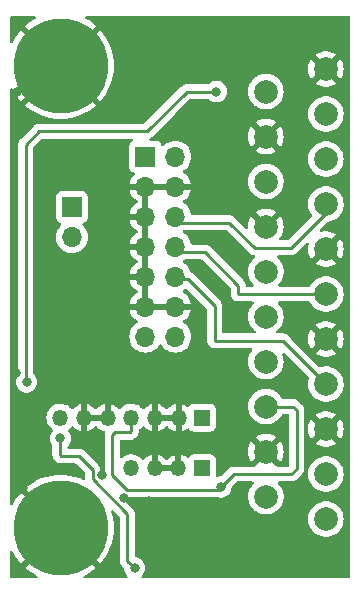
<source format=gbr>
%TF.GenerationSoftware,KiCad,Pcbnew,7.0.8*%
%TF.CreationDate,2024-05-06T13:54:13-04:00*%
%TF.ProjectId,scart breakout,73636172-7420-4627-9265-616b6f75742e,rev?*%
%TF.SameCoordinates,Original*%
%TF.FileFunction,Copper,L2,Bot*%
%TF.FilePolarity,Positive*%
%FSLAX46Y46*%
G04 Gerber Fmt 4.6, Leading zero omitted, Abs format (unit mm)*
G04 Created by KiCad (PCBNEW 7.0.8) date 2024-05-06 13:54:13*
%MOMM*%
%LPD*%
G01*
G04 APERTURE LIST*
%TA.AperFunction,ComponentPad*%
%ADD10C,8.000000*%
%TD*%
%TA.AperFunction,ComponentPad*%
%ADD11C,1.998980*%
%TD*%
%TA.AperFunction,ComponentPad*%
%ADD12R,1.700000X1.700000*%
%TD*%
%TA.AperFunction,ComponentPad*%
%ADD13O,1.700000X1.700000*%
%TD*%
%TA.AperFunction,ComponentPad*%
%ADD14R,1.350000X1.350000*%
%TD*%
%TA.AperFunction,ComponentPad*%
%ADD15O,1.350000X1.350000*%
%TD*%
%TA.AperFunction,ViaPad*%
%ADD16C,0.800000*%
%TD*%
%TA.AperFunction,Conductor*%
%ADD17C,0.250000*%
%TD*%
G04 APERTURE END LIST*
D10*
%TO.P,REF\u002A\u002A,1*%
%TO.N,GND*%
X16468000Y-55800000D03*
%TD*%
%TO.P,REF\u002A\u002A,1*%
%TO.N,GND*%
X16468000Y-16652400D03*
%TD*%
D11*
%TO.P,J1,1,P1*%
%TO.N,unconnected-(J1-P1-Pad1)*%
X38938200Y-55041800D03*
%TO.P,J1,2,P2*%
%TO.N,RIGHT*%
X33858200Y-53136800D03*
%TO.P,J1,3,P3*%
%TO.N,unconnected-(J1-P3-Pad3)*%
X38938200Y-51231800D03*
%TO.P,J1,4,P4*%
%TO.N,GND*%
X33858200Y-49326800D03*
%TO.P,J1,5,P5*%
X38938200Y-47421800D03*
%TO.P,J1,6,P6*%
%TO.N,LEFT*%
X33858200Y-45516800D03*
%TO.P,J1,7,P7*%
%TO.N,BLUE_IN*%
X38938200Y-43611800D03*
%TO.P,J1,8,P8*%
%TO.N,unconnected-(J1-P8-Pad8)*%
X33858200Y-41706800D03*
%TO.P,J1,9,P9*%
%TO.N,GND*%
X38938200Y-39801800D03*
%TO.P,J1,10,P10*%
%TO.N,unconnected-(J1-P10-Pad10)*%
X33858200Y-37896800D03*
%TO.P,J1,11,P11*%
%TO.N,GREEN_IN*%
X38938200Y-35991800D03*
%TO.P,J1,12,P12*%
%TO.N,unconnected-(J1-P12-Pad12)*%
X33858200Y-34086800D03*
%TO.P,J1,13,P13*%
%TO.N,GND*%
X38938200Y-32181800D03*
%TO.P,J1,14,P14*%
X33858200Y-30276800D03*
%TO.P,J1,15,P15*%
%TO.N,RED_IN*%
X38938200Y-28371800D03*
%TO.P,J1,16,P16*%
%TO.N,SCART_BLANKING*%
X33858200Y-26466800D03*
%TO.P,J1,17,P17*%
%TO.N,unconnected-(J1-P17-Pad17)*%
X38938200Y-24561800D03*
%TO.P,J1,18,P18*%
%TO.N,GND*%
X33858200Y-22656800D03*
%TO.P,J1,19,P19*%
%TO.N,unconnected-(J1-P19-Pad19)*%
X38938200Y-20751800D03*
%TO.P,J1,20,P20*%
%TO.N,COMPOSITE*%
X33858200Y-18846800D03*
%TO.P,J1,21,P21*%
%TO.N,GND*%
X38938200Y-16941800D03*
%TD*%
D12*
%TO.P,J2,1,Pin_1*%
%TO.N,Net-(J2-Pin_1)*%
X17424400Y-28625800D03*
D13*
%TO.P,J2,2,Pin_2*%
%TO.N,Net-(J2-Pin_2)*%
X17424400Y-31165800D03*
%TD*%
D14*
%TO.P,J5,1,Pin_1*%
%TO.N,COMPOSITE*%
X28448000Y-50749200D03*
D15*
%TO.P,J5,2,Pin_2*%
%TO.N,GND*%
X26448000Y-50749200D03*
%TO.P,J5,3,Pin_3*%
X24448000Y-50749200D03*
%TO.P,J5,4,Pin_4*%
%TO.N,Net-(J5-Pin_4)*%
X22448000Y-50749200D03*
%TD*%
D14*
%TO.P,J4,1,Pin_1*%
%TO.N,COMPOSITE*%
X28460200Y-46456600D03*
D15*
%TO.P,J4,2,Pin_2*%
%TO.N,GND*%
X26460200Y-46456600D03*
%TO.P,J4,3,Pin_3*%
X24460200Y-46456600D03*
%TO.P,J4,4,Pin_4*%
%TO.N,LEFT*%
X22460200Y-46456600D03*
%TO.P,J4,5,Pin_5*%
%TO.N,GND*%
X20460200Y-46456600D03*
%TO.P,J4,6,Pin_6*%
X18460200Y-46456600D03*
%TO.P,J4,7,Pin_7*%
%TO.N,RIGHT*%
X16460200Y-46456600D03*
%TD*%
D12*
%TO.P,J3,1,Pin_1*%
%TO.N,+5V*%
X23647400Y-24358600D03*
D13*
%TO.P,J3,2,Pin_2*%
X26187400Y-24358600D03*
%TO.P,J3,3,Pin_3*%
%TO.N,GND*%
X23647400Y-26898600D03*
%TO.P,J3,4,Pin_4*%
X26187400Y-26898600D03*
%TO.P,J3,5,Pin_5*%
X23647400Y-29438600D03*
%TO.P,J3,6,Pin_6*%
%TO.N,RED_IN*%
X26187400Y-29438600D03*
%TO.P,J3,7,Pin_7*%
%TO.N,GND*%
X23647400Y-31978600D03*
%TO.P,J3,8,Pin_8*%
%TO.N,GREEN_IN*%
X26187400Y-31978600D03*
%TO.P,J3,9,Pin_9*%
%TO.N,GND*%
X23647400Y-34518600D03*
%TO.P,J3,10,Pin_10*%
%TO.N,BLUE_IN*%
X26187400Y-34518600D03*
%TO.P,J3,11,Pin_11*%
%TO.N,GND*%
X23647400Y-37058600D03*
%TO.P,J3,12,Pin_12*%
X26187400Y-37058600D03*
%TO.P,J3,13,Pin_13*%
%TO.N,RGB_IN_USE*%
X23647400Y-39598600D03*
%TO.P,J3,14,Pin_14*%
%TO.N,SCART_BLANKING*%
X26187400Y-39598600D03*
%TD*%
D16*
%TO.N,GND*%
X20015200Y-51308000D03*
X13258800Y-52374800D03*
X13233400Y-59461400D03*
X20472400Y-59385200D03*
X26035000Y-58343800D03*
X25908000Y-57429400D03*
X21855813Y-53277100D03*
%TO.N,RIGHT*%
X16459200Y-48209200D03*
X22733000Y-59182000D03*
%TO.N,COMPOSITE*%
X13589000Y-43434000D03*
X29667200Y-18846800D03*
%TO.N,GND*%
X18389600Y-44158500D03*
X12801600Y-18872200D03*
X23799800Y-48336200D03*
X26593800Y-42392600D03*
X29616400Y-35179000D03*
X30353000Y-31623000D03*
X14909800Y-34112200D03*
X27203400Y-16687800D03*
X30480000Y-43332400D03*
X17576800Y-42037000D03*
X25958800Y-56540400D03*
X30708600Y-58775600D03*
X26416000Y-44272200D03*
X14681200Y-41605200D03*
X31191200Y-54584600D03*
X12725400Y-42672000D03*
X23952200Y-53543200D03*
%TO.N,LEFT*%
X30048200Y-52324000D03*
%TD*%
D17*
%TO.N,RIGHT*%
X22733000Y-59182000D02*
X22123400Y-58572400D01*
X19177000Y-50876200D02*
X18008600Y-49707800D01*
X18008600Y-49707800D02*
X16510000Y-49707800D01*
X22123400Y-58572400D02*
X22123400Y-54610000D01*
X22123400Y-54610000D02*
X19177000Y-51663600D01*
X16510000Y-49707800D02*
X16408400Y-49606200D01*
X19177000Y-51663600D02*
X19177000Y-50876200D01*
X16408400Y-49606200D02*
X16408400Y-48260000D01*
X16408400Y-48260000D02*
X16459200Y-48209200D01*
%TO.N,LEFT*%
X30048200Y-52324000D02*
X29819600Y-52552600D01*
X22460200Y-47618400D02*
X22460200Y-46456600D01*
X20853400Y-47904400D02*
X21056600Y-47701200D01*
X22072600Y-52552600D02*
X20853400Y-51333400D01*
X21056600Y-47701200D02*
X22377400Y-47701200D01*
X20853400Y-51333400D02*
X20853400Y-47904400D01*
X29819600Y-52552600D02*
X22072600Y-52552600D01*
X22377400Y-47701200D02*
X22460200Y-47618400D01*
X36474400Y-50774600D02*
X36474400Y-45821600D01*
X36017200Y-51231800D02*
X36474400Y-50774600D01*
X30048200Y-52324000D02*
X31140400Y-51231800D01*
X31140400Y-51231800D02*
X36017200Y-51231800D01*
X36474400Y-45821600D02*
X36169600Y-45516800D01*
X36169600Y-45516800D02*
X33858200Y-45516800D01*
%TO.N,COMPOSITE*%
X29667200Y-18846800D02*
X27152600Y-18846800D01*
X23799800Y-22199600D02*
X14655800Y-22199600D01*
X13512800Y-23342600D02*
X13512800Y-43307000D01*
X27152600Y-18846800D02*
X23799800Y-22199600D01*
X14655800Y-22199600D02*
X13512800Y-23342600D01*
%TO.N,BLUE_IN*%
X26187400Y-34518600D02*
X26390600Y-34721800D01*
X29514800Y-37007800D02*
X29514800Y-39954200D01*
X35280600Y-39954200D02*
X38938200Y-43611800D01*
X26390600Y-34721800D02*
X27228800Y-34721800D01*
X29514800Y-39954200D02*
X35280600Y-39954200D01*
X27228800Y-34721800D02*
X29514800Y-37007800D01*
%TO.N,GREEN_IN*%
X26644600Y-32435800D02*
X28676600Y-32435800D01*
X31521400Y-35280600D02*
X31521400Y-35991800D01*
X31521400Y-35991800D02*
X38938200Y-35991800D01*
X26187400Y-31978600D02*
X26644600Y-32435800D01*
X28676600Y-32435800D02*
X31521400Y-35280600D01*
%TO.N,RED_IN*%
X35991800Y-32080200D02*
X38938200Y-29133800D01*
X32893000Y-32080200D02*
X35991800Y-32080200D01*
X38938200Y-29133800D02*
X38938200Y-28371800D01*
X30759400Y-29946600D02*
X32893000Y-32080200D01*
X26187400Y-29438600D02*
X26695400Y-29946600D01*
X26695400Y-29946600D02*
X30759400Y-29946600D01*
%TD*%
%TA.AperFunction,Conductor*%
%TO.N,GND*%
G36*
X14952640Y-57113067D02*
G01*
X15154933Y-57315360D01*
X15241436Y-57380115D01*
X13465544Y-59156007D01*
X13465544Y-59156009D01*
X13753234Y-59394904D01*
X13753243Y-59394911D01*
X14096525Y-59630064D01*
X14096532Y-59630068D01*
X14462538Y-59833932D01*
X14461929Y-59835023D01*
X14509579Y-59879185D01*
X14527012Y-59946845D01*
X14505097Y-60013189D01*
X14450793Y-60057153D01*
X14403081Y-60066700D01*
X12318500Y-60066700D01*
X12251461Y-60047015D01*
X12205706Y-59994211D01*
X12194500Y-59942700D01*
X12194500Y-57850061D01*
X12214185Y-57783022D01*
X12266989Y-57737267D01*
X12336147Y-57727323D01*
X12399703Y-57756348D01*
X12431935Y-57799977D01*
X12435455Y-57807949D01*
X12435467Y-57807974D01*
X12637931Y-58171467D01*
X12637935Y-58171474D01*
X12873088Y-58514756D01*
X12873095Y-58514765D01*
X13111989Y-58802454D01*
X13111991Y-58802454D01*
X14887883Y-57026562D01*
X14952640Y-57113067D01*
G37*
%TD.AperFunction*%
%TA.AperFunction,Conductor*%
G36*
X20933946Y-54318625D02*
G01*
X20974415Y-54345605D01*
X21461581Y-54832771D01*
X21495066Y-54894094D01*
X21497900Y-54920452D01*
X21497900Y-58489655D01*
X21496175Y-58505272D01*
X21496461Y-58505299D01*
X21495726Y-58513065D01*
X21497900Y-58582214D01*
X21497900Y-58611743D01*
X21497901Y-58611760D01*
X21498768Y-58618631D01*
X21499226Y-58624450D01*
X21500690Y-58671024D01*
X21500691Y-58671027D01*
X21506280Y-58690267D01*
X21510224Y-58709311D01*
X21512736Y-58729191D01*
X21529890Y-58772519D01*
X21531782Y-58778047D01*
X21544781Y-58822788D01*
X21554980Y-58840034D01*
X21563538Y-58857503D01*
X21570914Y-58876132D01*
X21598298Y-58913823D01*
X21601506Y-58918707D01*
X21625227Y-58958816D01*
X21625233Y-58958824D01*
X21639390Y-58972980D01*
X21652028Y-58987776D01*
X21663805Y-59003986D01*
X21663806Y-59003987D01*
X21699709Y-59033688D01*
X21704020Y-59037610D01*
X21794038Y-59127628D01*
X21827523Y-59188951D01*
X21829678Y-59202347D01*
X21837139Y-59273338D01*
X21847326Y-59370256D01*
X21847327Y-59370259D01*
X21905818Y-59550277D01*
X21905821Y-59550284D01*
X22000467Y-59714216D01*
X22127129Y-59854888D01*
X22131478Y-59859718D01*
X22129294Y-59861684D01*
X22159114Y-59910608D01*
X22157450Y-59980458D01*
X22118287Y-60038320D01*
X22054058Y-60065823D01*
X22039339Y-60066700D01*
X18532919Y-60066700D01*
X18465880Y-60047015D01*
X18420125Y-59994211D01*
X18410181Y-59925053D01*
X18439206Y-59861497D01*
X18473857Y-59834642D01*
X18473462Y-59833932D01*
X18839467Y-59630068D01*
X18839474Y-59630064D01*
X19182756Y-59394911D01*
X19182765Y-59394904D01*
X19470454Y-59156008D01*
X19470454Y-59156007D01*
X17694563Y-57380116D01*
X17781067Y-57315360D01*
X17983360Y-57113067D01*
X18048116Y-57026563D01*
X19824007Y-58802454D01*
X19824008Y-58802454D01*
X20062904Y-58514765D01*
X20062911Y-58514756D01*
X20298064Y-58171474D01*
X20298068Y-58171467D01*
X20500532Y-57807974D01*
X20500546Y-57807946D01*
X20668601Y-57427337D01*
X20668604Y-57427330D01*
X20800839Y-57032796D01*
X20896102Y-56627761D01*
X20896104Y-56627753D01*
X20953588Y-56215660D01*
X20972806Y-55800000D01*
X20953588Y-55384339D01*
X20896104Y-54972246D01*
X20896102Y-54972238D01*
X20800840Y-54567207D01*
X20769162Y-54472693D01*
X20766522Y-54402873D01*
X20802047Y-54342709D01*
X20864461Y-54311303D01*
X20933946Y-54318625D01*
G37*
%TD.AperFunction*%
%TA.AperFunction,Conductor*%
G36*
X28433187Y-33080985D02*
G01*
X28453829Y-33097619D01*
X30859581Y-35503371D01*
X30893066Y-35564694D01*
X30895900Y-35591052D01*
X30895900Y-35920952D01*
X30893705Y-35944179D01*
X30892173Y-35952212D01*
X30895778Y-36009524D01*
X30895900Y-36013395D01*
X30895900Y-36031156D01*
X30898125Y-36048768D01*
X30898491Y-36052643D01*
X30902096Y-36109938D01*
X30904622Y-36117714D01*
X30909709Y-36140472D01*
X30910734Y-36148584D01*
X30910736Y-36148592D01*
X30931869Y-36201970D01*
X30933188Y-36205633D01*
X30950932Y-36260240D01*
X30955307Y-36267133D01*
X30965903Y-36287929D01*
X30968911Y-36295526D01*
X30968913Y-36295531D01*
X31002665Y-36341987D01*
X31004855Y-36345209D01*
X31035613Y-36393676D01*
X31041564Y-36399264D01*
X31057004Y-36416778D01*
X31061803Y-36423385D01*
X31106047Y-36459987D01*
X31108967Y-36462561D01*
X31150818Y-36501862D01*
X31157978Y-36505798D01*
X31177279Y-36518914D01*
X31183577Y-36524124D01*
X31183578Y-36524124D01*
X31183579Y-36524125D01*
X31235525Y-36548569D01*
X31238997Y-36550338D01*
X31289303Y-36577995D01*
X31289305Y-36577995D01*
X31289308Y-36577997D01*
X31294605Y-36579356D01*
X31297214Y-36580027D01*
X31319177Y-36587933D01*
X31326574Y-36591414D01*
X31382976Y-36602173D01*
X31386762Y-36603019D01*
X31442381Y-36617300D01*
X31450553Y-36617300D01*
X31473785Y-36619496D01*
X31475389Y-36619801D01*
X31481812Y-36621027D01*
X31539124Y-36617421D01*
X31542997Y-36617300D01*
X32714577Y-36617300D01*
X32781616Y-36636985D01*
X32827371Y-36689789D01*
X32837315Y-36758947D01*
X32808290Y-36822503D01*
X32805806Y-36825283D01*
X32670441Y-36972327D01*
X32670440Y-36972327D01*
X32534476Y-37180437D01*
X32434621Y-37408084D01*
X32373596Y-37649067D01*
X32353069Y-37896794D01*
X32353069Y-37896805D01*
X32373596Y-38144532D01*
X32434621Y-38385515D01*
X32534476Y-38613162D01*
X32670440Y-38821272D01*
X32838799Y-39004157D01*
X32838809Y-39004166D01*
X32970733Y-39106847D01*
X33011546Y-39163557D01*
X33015221Y-39233330D01*
X32980589Y-39294013D01*
X32918648Y-39326340D01*
X32894571Y-39328700D01*
X30264300Y-39328700D01*
X30197261Y-39309015D01*
X30151506Y-39256211D01*
X30140300Y-39204700D01*
X30140300Y-37090537D01*
X30142024Y-37074923D01*
X30141738Y-37074896D01*
X30142472Y-37067133D01*
X30140300Y-36998003D01*
X30140300Y-36968451D01*
X30140300Y-36968450D01*
X30139429Y-36961559D01*
X30138972Y-36955745D01*
X30137509Y-36909172D01*
X30131922Y-36889944D01*
X30127974Y-36870884D01*
X30125464Y-36851008D01*
X30108307Y-36807675D01*
X30106419Y-36802159D01*
X30093419Y-36757412D01*
X30083218Y-36740163D01*
X30074660Y-36722694D01*
X30067286Y-36704068D01*
X30067283Y-36704064D01*
X30067283Y-36704063D01*
X30039898Y-36666371D01*
X30036690Y-36661487D01*
X30012972Y-36621382D01*
X30012963Y-36621371D01*
X29998805Y-36607213D01*
X29986170Y-36592420D01*
X29974393Y-36576212D01*
X29938493Y-36546513D01*
X29934181Y-36542590D01*
X27729603Y-34338012D01*
X27719780Y-34325750D01*
X27719559Y-34325934D01*
X27714586Y-34319923D01*
X27664164Y-34272573D01*
X27653719Y-34262128D01*
X27643275Y-34251683D01*
X27637786Y-34247425D01*
X27633361Y-34243647D01*
X27599382Y-34211738D01*
X27599380Y-34211736D01*
X27599377Y-34211735D01*
X27581829Y-34202088D01*
X27565563Y-34191404D01*
X27560919Y-34187802D01*
X27549736Y-34179127D01*
X27549735Y-34179126D01*
X27549732Y-34179124D01*
X27542355Y-34175932D01*
X27488648Y-34131241D01*
X27471830Y-34094226D01*
X27461303Y-34054937D01*
X27361435Y-33840771D01*
X27356131Y-33833195D01*
X27225894Y-33647197D01*
X27058802Y-33480106D01*
X27058801Y-33480105D01*
X26873242Y-33350175D01*
X26873241Y-33350174D01*
X26829616Y-33295597D01*
X26822424Y-33226098D01*
X26853946Y-33163744D01*
X26873236Y-33147028D01*
X26963644Y-33083725D01*
X27029851Y-33061397D01*
X27034767Y-33061300D01*
X28366148Y-33061300D01*
X28433187Y-33080985D01*
G37*
%TD.AperFunction*%
%TA.AperFunction,Conductor*%
G36*
X25727907Y-36848756D02*
G01*
X25687400Y-36986711D01*
X25687400Y-37130489D01*
X25727907Y-37268444D01*
X25753714Y-37308600D01*
X24081086Y-37308600D01*
X24106893Y-37268444D01*
X24147400Y-37130489D01*
X24147400Y-36986711D01*
X24106893Y-36848756D01*
X24081086Y-36808600D01*
X25753714Y-36808600D01*
X25727907Y-36848756D01*
G37*
%TD.AperFunction*%
%TA.AperFunction,Conductor*%
G36*
X23897400Y-36623098D02*
G01*
X23789715Y-36573920D01*
X23683163Y-36558600D01*
X23611637Y-36558600D01*
X23505085Y-36573920D01*
X23397400Y-36623098D01*
X23397400Y-34954101D01*
X23505085Y-35003280D01*
X23611637Y-35018600D01*
X23683163Y-35018600D01*
X23789715Y-35003280D01*
X23897400Y-34954101D01*
X23897400Y-36623098D01*
G37*
%TD.AperFunction*%
%TA.AperFunction,Conductor*%
G36*
X30515987Y-30591785D02*
G01*
X30536629Y-30608419D01*
X32392197Y-32463988D01*
X32402022Y-32476251D01*
X32402243Y-32476069D01*
X32407214Y-32482078D01*
X32427219Y-32500863D01*
X32457635Y-32529426D01*
X32478529Y-32550320D01*
X32484011Y-32554573D01*
X32488443Y-32558357D01*
X32522418Y-32590262D01*
X32539976Y-32599914D01*
X32556233Y-32610593D01*
X32572064Y-32622873D01*
X32591737Y-32631386D01*
X32614833Y-32641382D01*
X32620077Y-32643950D01*
X32660908Y-32666397D01*
X32673523Y-32669635D01*
X32680305Y-32671377D01*
X32698719Y-32677681D01*
X32717104Y-32685638D01*
X32763157Y-32692932D01*
X32768826Y-32694106D01*
X32813981Y-32705700D01*
X32829303Y-32705700D01*
X32896342Y-32725385D01*
X32942097Y-32778189D01*
X32952041Y-32847347D01*
X32923016Y-32910903D01*
X32905466Y-32927553D01*
X32838804Y-32979438D01*
X32838799Y-32979442D01*
X32670440Y-33162327D01*
X32534476Y-33370437D01*
X32434621Y-33598084D01*
X32373596Y-33839067D01*
X32353069Y-34086794D01*
X32353069Y-34086805D01*
X32373596Y-34334532D01*
X32434621Y-34575515D01*
X32534476Y-34803162D01*
X32670440Y-35011272D01*
X32805806Y-35158317D01*
X32836729Y-35220971D01*
X32828869Y-35290397D01*
X32784722Y-35344553D01*
X32718305Y-35366244D01*
X32714577Y-35366300D01*
X32270900Y-35366300D01*
X32203861Y-35346615D01*
X32158106Y-35293811D01*
X32147514Y-35245122D01*
X32147145Y-35245146D01*
X32146992Y-35242725D01*
X32146900Y-35242300D01*
X32146900Y-35241256D01*
X32146900Y-35241250D01*
X32146031Y-35234379D01*
X32145573Y-35228552D01*
X32144110Y-35181973D01*
X32138519Y-35162730D01*
X32134573Y-35143678D01*
X32132064Y-35123808D01*
X32114904Y-35080467D01*
X32113024Y-35074979D01*
X32100018Y-35030210D01*
X32089822Y-35012970D01*
X32081261Y-34995494D01*
X32073887Y-34976870D01*
X32073886Y-34976868D01*
X32046479Y-34939145D01*
X32043288Y-34934286D01*
X32019572Y-34894183D01*
X32019565Y-34894174D01*
X32005406Y-34880015D01*
X31992768Y-34865219D01*
X31980994Y-34849013D01*
X31945088Y-34819309D01*
X31940776Y-34815386D01*
X29177403Y-32052012D01*
X29167580Y-32039750D01*
X29167359Y-32039934D01*
X29162386Y-32033923D01*
X29111964Y-31986573D01*
X29101519Y-31976128D01*
X29091075Y-31965683D01*
X29085586Y-31961425D01*
X29081161Y-31957647D01*
X29047182Y-31925738D01*
X29047180Y-31925736D01*
X29047177Y-31925735D01*
X29029629Y-31916088D01*
X29013363Y-31905404D01*
X28997533Y-31893125D01*
X28954768Y-31874618D01*
X28949522Y-31872048D01*
X28908693Y-31849603D01*
X28908692Y-31849602D01*
X28889293Y-31844622D01*
X28870881Y-31838318D01*
X28852498Y-31830362D01*
X28852492Y-31830360D01*
X28806474Y-31823072D01*
X28800752Y-31821887D01*
X28755621Y-31810300D01*
X28755619Y-31810300D01*
X28735584Y-31810300D01*
X28716186Y-31808773D01*
X28708762Y-31807597D01*
X28696405Y-31805640D01*
X28696404Y-31805640D01*
X28650016Y-31810025D01*
X28644178Y-31810300D01*
X27635593Y-31810300D01*
X27568554Y-31790615D01*
X27522799Y-31737811D01*
X27515818Y-31718393D01*
X27461305Y-31514944D01*
X27461304Y-31514943D01*
X27461303Y-31514937D01*
X27361435Y-31300771D01*
X27356131Y-31293195D01*
X27225894Y-31107197D01*
X27058802Y-30940106D01*
X27058801Y-30940105D01*
X26873242Y-30810175D01*
X26873241Y-30810174D01*
X26829616Y-30755597D01*
X26822424Y-30686098D01*
X26853946Y-30623744D01*
X26873239Y-30607026D01*
X26891098Y-30594521D01*
X26957305Y-30572197D01*
X26962217Y-30572100D01*
X30448948Y-30572100D01*
X30515987Y-30591785D01*
G37*
%TD.AperFunction*%
%TA.AperFunction,Conductor*%
G36*
X23897400Y-34083098D02*
G01*
X23789715Y-34033920D01*
X23683163Y-34018600D01*
X23611637Y-34018600D01*
X23505085Y-34033920D01*
X23397400Y-34083098D01*
X23397400Y-32414101D01*
X23505085Y-32463280D01*
X23611637Y-32478600D01*
X23683163Y-32478600D01*
X23789715Y-32463280D01*
X23897400Y-32414101D01*
X23897400Y-34083098D01*
G37*
%TD.AperFunction*%
%TA.AperFunction,Conductor*%
G36*
X23897400Y-31543098D02*
G01*
X23789715Y-31493920D01*
X23683163Y-31478600D01*
X23611637Y-31478600D01*
X23505085Y-31493920D01*
X23397400Y-31543098D01*
X23397400Y-29874101D01*
X23505085Y-29923280D01*
X23611637Y-29938600D01*
X23683163Y-29938600D01*
X23789715Y-29923280D01*
X23897400Y-29874101D01*
X23897400Y-31543098D01*
G37*
%TD.AperFunction*%
%TA.AperFunction,Conductor*%
G36*
X23897400Y-29003098D02*
G01*
X23789715Y-28953920D01*
X23683163Y-28938600D01*
X23611637Y-28938600D01*
X23505085Y-28953920D01*
X23397400Y-29003098D01*
X23397400Y-27334101D01*
X23505085Y-27383280D01*
X23611637Y-27398600D01*
X23683163Y-27398600D01*
X23789715Y-27383280D01*
X23897400Y-27334101D01*
X23897400Y-29003098D01*
G37*
%TD.AperFunction*%
%TA.AperFunction,Conductor*%
G36*
X25727907Y-26688756D02*
G01*
X25687400Y-26826711D01*
X25687400Y-26970489D01*
X25727907Y-27108444D01*
X25753714Y-27148600D01*
X24081086Y-27148600D01*
X24106893Y-27108444D01*
X24147400Y-26970489D01*
X24147400Y-26826711D01*
X24106893Y-26688756D01*
X24081086Y-26648600D01*
X25753714Y-26648600D01*
X25727907Y-26688756D01*
G37*
%TD.AperFunction*%
%TA.AperFunction,Conductor*%
G36*
X40927372Y-12440432D02*
G01*
X40973212Y-12493163D01*
X40984500Y-12544855D01*
X40984500Y-59942700D01*
X40964815Y-60009739D01*
X40912011Y-60055494D01*
X40860500Y-60066700D01*
X23426661Y-60066700D01*
X23359622Y-60047015D01*
X23313867Y-59994211D01*
X23303923Y-59925053D01*
X23332948Y-59861497D01*
X23334608Y-59859796D01*
X23334522Y-59859718D01*
X23338871Y-59854888D01*
X23465533Y-59714216D01*
X23560179Y-59550284D01*
X23618674Y-59370256D01*
X23638460Y-59182000D01*
X23618674Y-58993744D01*
X23560179Y-58813716D01*
X23465533Y-58649784D01*
X23338871Y-58509112D01*
X23333586Y-58505272D01*
X23185734Y-58397851D01*
X23185729Y-58397848D01*
X23012807Y-58320857D01*
X23012802Y-58320855D01*
X22847119Y-58285639D01*
X22785637Y-58252447D01*
X22751861Y-58191284D01*
X22748900Y-58164349D01*
X22748900Y-55041805D01*
X37433069Y-55041805D01*
X37453596Y-55289532D01*
X37514621Y-55530515D01*
X37614476Y-55758162D01*
X37750440Y-55966272D01*
X37918799Y-56149157D01*
X37918809Y-56149166D01*
X38004241Y-56215660D01*
X38114971Y-56301845D01*
X38333596Y-56420159D01*
X38333599Y-56420160D01*
X38568708Y-56500873D01*
X38568710Y-56500873D01*
X38568712Y-56500874D01*
X38813907Y-56541790D01*
X38813908Y-56541790D01*
X39062492Y-56541790D01*
X39062493Y-56541790D01*
X39307688Y-56500874D01*
X39542804Y-56420159D01*
X39761429Y-56301845D01*
X39957597Y-56149161D01*
X40125960Y-55966271D01*
X40261923Y-55758163D01*
X40361779Y-55530515D01*
X40422803Y-55289536D01*
X40443331Y-55041800D01*
X40422803Y-54794064D01*
X40361779Y-54553085D01*
X40261923Y-54325437D01*
X40208823Y-54244161D01*
X40125959Y-54117327D01*
X39957600Y-53934442D01*
X39957590Y-53934433D01*
X39761433Y-53781758D01*
X39761428Y-53781754D01*
X39542805Y-53663441D01*
X39542800Y-53663439D01*
X39307691Y-53582726D01*
X39123791Y-53552039D01*
X39062493Y-53541810D01*
X38813907Y-53541810D01*
X38764868Y-53549993D01*
X38568708Y-53582726D01*
X38333599Y-53663439D01*
X38333594Y-53663441D01*
X38114971Y-53781754D01*
X38114966Y-53781758D01*
X37918809Y-53934433D01*
X37918799Y-53934442D01*
X37750440Y-54117327D01*
X37614476Y-54325437D01*
X37514621Y-54553084D01*
X37453596Y-54794067D01*
X37433069Y-55041794D01*
X37433069Y-55041805D01*
X22748900Y-55041805D01*
X22748900Y-54692742D01*
X22750624Y-54677122D01*
X22750339Y-54677096D01*
X22751071Y-54669340D01*
X22751073Y-54669333D01*
X22748900Y-54600185D01*
X22748900Y-54570650D01*
X22748031Y-54563772D01*
X22747572Y-54557943D01*
X22746109Y-54511372D01*
X22740522Y-54492144D01*
X22736574Y-54473084D01*
X22734063Y-54453204D01*
X22716912Y-54409887D01*
X22715019Y-54404358D01*
X22702018Y-54359609D01*
X22702016Y-54359606D01*
X22691823Y-54342371D01*
X22683261Y-54324894D01*
X22675887Y-54306270D01*
X22675886Y-54306268D01*
X22648479Y-54268545D01*
X22645288Y-54263686D01*
X22621572Y-54223583D01*
X22621565Y-54223574D01*
X22607406Y-54209415D01*
X22594768Y-54194619D01*
X22582994Y-54178413D01*
X22547088Y-54148709D01*
X22542776Y-54144786D01*
X21755779Y-53357789D01*
X21722295Y-53296467D01*
X21727279Y-53226775D01*
X21769151Y-53170842D01*
X21834615Y-53146425D01*
X21892705Y-53156306D01*
X21896704Y-53158037D01*
X21940560Y-53164983D01*
X21942719Y-53165325D01*
X21948439Y-53166509D01*
X21993581Y-53178100D01*
X22013616Y-53178100D01*
X22033014Y-53179626D01*
X22052794Y-53182759D01*
X22052795Y-53182760D01*
X22052795Y-53182759D01*
X22052796Y-53182760D01*
X22099184Y-53178375D01*
X22105022Y-53178100D01*
X29727078Y-53178100D01*
X29765395Y-53184169D01*
X29768394Y-53185142D01*
X29768397Y-53185144D01*
X29953554Y-53224500D01*
X29953555Y-53224500D01*
X30142844Y-53224500D01*
X30142846Y-53224500D01*
X30328003Y-53185144D01*
X30500930Y-53108151D01*
X30654071Y-52996888D01*
X30780733Y-52856216D01*
X30875379Y-52692284D01*
X30933874Y-52512256D01*
X30951521Y-52344344D01*
X30978104Y-52279734D01*
X30987150Y-52269639D01*
X31363172Y-51893619D01*
X31424495Y-51860134D01*
X31450853Y-51857300D01*
X32714577Y-51857300D01*
X32781616Y-51876985D01*
X32827371Y-51929789D01*
X32837315Y-51998947D01*
X32808290Y-52062503D01*
X32805806Y-52065283D01*
X32670440Y-52212327D01*
X32534476Y-52420437D01*
X32434621Y-52648084D01*
X32373596Y-52889067D01*
X32353069Y-53136794D01*
X32353069Y-53136805D01*
X32373596Y-53384532D01*
X32373596Y-53384535D01*
X32373597Y-53384536D01*
X32384738Y-53428532D01*
X32434621Y-53625515D01*
X32534476Y-53853162D01*
X32670440Y-54061272D01*
X32838799Y-54244157D01*
X32838809Y-54244166D01*
X32964983Y-54342371D01*
X33034971Y-54396845D01*
X33253596Y-54515159D01*
X33253599Y-54515160D01*
X33488708Y-54595873D01*
X33488710Y-54595873D01*
X33488712Y-54595874D01*
X33733907Y-54636790D01*
X33733908Y-54636790D01*
X33982492Y-54636790D01*
X33982493Y-54636790D01*
X34227688Y-54595874D01*
X34462804Y-54515159D01*
X34681429Y-54396845D01*
X34877597Y-54244161D01*
X35045960Y-54061271D01*
X35181923Y-53853163D01*
X35281779Y-53625515D01*
X35342803Y-53384536D01*
X35351926Y-53274431D01*
X35363331Y-53136805D01*
X35363331Y-53136794D01*
X35348223Y-52954477D01*
X35342803Y-52889064D01*
X35281779Y-52648085D01*
X35181923Y-52420437D01*
X35045959Y-52212327D01*
X34910594Y-52065283D01*
X34879671Y-52002629D01*
X34887531Y-51933203D01*
X34931678Y-51879047D01*
X34998095Y-51857356D01*
X35001823Y-51857300D01*
X35934457Y-51857300D01*
X35950077Y-51859024D01*
X35950104Y-51858739D01*
X35957860Y-51859471D01*
X35957867Y-51859473D01*
X36027014Y-51857300D01*
X36056550Y-51857300D01*
X36063428Y-51856430D01*
X36069241Y-51855972D01*
X36115827Y-51854509D01*
X36135069Y-51848917D01*
X36154112Y-51844974D01*
X36173992Y-51842464D01*
X36217322Y-51825307D01*
X36222846Y-51823417D01*
X36233258Y-51820392D01*
X36267590Y-51810418D01*
X36284829Y-51800222D01*
X36302303Y-51791662D01*
X36320927Y-51784288D01*
X36320927Y-51784287D01*
X36320932Y-51784286D01*
X36358649Y-51756882D01*
X36363505Y-51753692D01*
X36403620Y-51729970D01*
X36417789Y-51715799D01*
X36432579Y-51703168D01*
X36448787Y-51691394D01*
X36478499Y-51655476D01*
X36482412Y-51651176D01*
X36858185Y-51275403D01*
X36870441Y-51265587D01*
X36870258Y-51265365D01*
X36876275Y-51260387D01*
X36876274Y-51260387D01*
X36876277Y-51260386D01*
X36903116Y-51231805D01*
X37433069Y-51231805D01*
X37453596Y-51479532D01*
X37514621Y-51720515D01*
X37614476Y-51948162D01*
X37750440Y-52156272D01*
X37918799Y-52339157D01*
X37918809Y-52339166D01*
X38023226Y-52420437D01*
X38114971Y-52491845D01*
X38333596Y-52610159D01*
X38333599Y-52610160D01*
X38568708Y-52690873D01*
X38568710Y-52690873D01*
X38568712Y-52690874D01*
X38813907Y-52731790D01*
X38813908Y-52731790D01*
X39062492Y-52731790D01*
X39062493Y-52731790D01*
X39307688Y-52690874D01*
X39542804Y-52610159D01*
X39761429Y-52491845D01*
X39957597Y-52339161D01*
X40125960Y-52156271D01*
X40261923Y-51948163D01*
X40361779Y-51720515D01*
X40422803Y-51479536D01*
X40439829Y-51274065D01*
X40443331Y-51231805D01*
X40443331Y-51231794D01*
X40424057Y-50999200D01*
X40422803Y-50984064D01*
X40361779Y-50743085D01*
X40261923Y-50515437D01*
X40163008Y-50364035D01*
X40125959Y-50307327D01*
X39957600Y-50124442D01*
X39957590Y-50124433D01*
X39761433Y-49971758D01*
X39761428Y-49971754D01*
X39542805Y-49853441D01*
X39542800Y-49853439D01*
X39307691Y-49772726D01*
X39123791Y-49742039D01*
X39062493Y-49731810D01*
X38813907Y-49731810D01*
X38764868Y-49739993D01*
X38568708Y-49772726D01*
X38333599Y-49853439D01*
X38333594Y-49853441D01*
X38114971Y-49971754D01*
X38114966Y-49971758D01*
X37918809Y-50124433D01*
X37918799Y-50124442D01*
X37750440Y-50307327D01*
X37614476Y-50515437D01*
X37514621Y-50743084D01*
X37453596Y-50984067D01*
X37433069Y-51231794D01*
X37433069Y-51231805D01*
X36903116Y-51231805D01*
X36903121Y-51231800D01*
X36923627Y-51209964D01*
X36934071Y-51199518D01*
X36944520Y-51189071D01*
X36948779Y-51183578D01*
X36952552Y-51179161D01*
X36984462Y-51145182D01*
X36994113Y-51127624D01*
X37004796Y-51111361D01*
X37017073Y-51095536D01*
X37035585Y-51052753D01*
X37038138Y-51047541D01*
X37060597Y-51006692D01*
X37065580Y-50987280D01*
X37071881Y-50968880D01*
X37079837Y-50950496D01*
X37087129Y-50904452D01*
X37088306Y-50898771D01*
X37099900Y-50853619D01*
X37099900Y-50833583D01*
X37101427Y-50814182D01*
X37104560Y-50794404D01*
X37100175Y-50748015D01*
X37099900Y-50742177D01*
X37099900Y-47421805D01*
X37433571Y-47421805D01*
X37454090Y-47669446D01*
X37454092Y-47669457D01*
X37515095Y-47910350D01*
X37614916Y-48137920D01*
X37715132Y-48291312D01*
X38375854Y-47630590D01*
X38414590Y-47724106D01*
X38510674Y-47849326D01*
X38635894Y-47945410D01*
X38729408Y-47984144D01*
X38068507Y-48645045D01*
X38068507Y-48645046D01*
X38115244Y-48681423D01*
X38333795Y-48799698D01*
X38333804Y-48799701D01*
X38568832Y-48880387D01*
X38813949Y-48921290D01*
X39062451Y-48921290D01*
X39307567Y-48880387D01*
X39542595Y-48799701D01*
X39542603Y-48799698D01*
X39761157Y-48681422D01*
X39807891Y-48645045D01*
X39807892Y-48645044D01*
X39146992Y-47984144D01*
X39240506Y-47945410D01*
X39365726Y-47849326D01*
X39461810Y-47724107D01*
X39500544Y-47630591D01*
X40161266Y-48291313D01*
X40261481Y-48137925D01*
X40361304Y-47910350D01*
X40422307Y-47669457D01*
X40422309Y-47669446D01*
X40442829Y-47421805D01*
X40442829Y-47421794D01*
X40422309Y-47174153D01*
X40422307Y-47174142D01*
X40361304Y-46933249D01*
X40261483Y-46705679D01*
X40161266Y-46552285D01*
X39500544Y-47213007D01*
X39461810Y-47119494D01*
X39365726Y-46994274D01*
X39240506Y-46898190D01*
X39146991Y-46859454D01*
X39807891Y-46198553D01*
X39761152Y-46162174D01*
X39542604Y-46043901D01*
X39542595Y-46043898D01*
X39307567Y-45963212D01*
X39062451Y-45922310D01*
X38813949Y-45922310D01*
X38568832Y-45963212D01*
X38333804Y-46043898D01*
X38333795Y-46043901D01*
X38115244Y-46162176D01*
X38068507Y-46198552D01*
X38068507Y-46198553D01*
X38729408Y-46859454D01*
X38635894Y-46898190D01*
X38510674Y-46994274D01*
X38414590Y-47119493D01*
X38375854Y-47213008D01*
X37715131Y-46552285D01*
X37614917Y-46705676D01*
X37515095Y-46933249D01*
X37454092Y-47174142D01*
X37454090Y-47174153D01*
X37433571Y-47421794D01*
X37433571Y-47421805D01*
X37099900Y-47421805D01*
X37099900Y-45904337D01*
X37101624Y-45888723D01*
X37101338Y-45888696D01*
X37102072Y-45880933D01*
X37099900Y-45811803D01*
X37099900Y-45782251D01*
X37099900Y-45782250D01*
X37099029Y-45775359D01*
X37098572Y-45769545D01*
X37098415Y-45764536D01*
X37097109Y-45722973D01*
X37091521Y-45703739D01*
X37087574Y-45684681D01*
X37085064Y-45664808D01*
X37067907Y-45621475D01*
X37066014Y-45615946D01*
X37053018Y-45571214D01*
X37053017Y-45571210D01*
X37042820Y-45553968D01*
X37034263Y-45536502D01*
X37026886Y-45517868D01*
X36999483Y-45480150D01*
X36996300Y-45475305D01*
X36972570Y-45435179D01*
X36972565Y-45435173D01*
X36958405Y-45421013D01*
X36945770Y-45406220D01*
X36933993Y-45390012D01*
X36898093Y-45360313D01*
X36893781Y-45356390D01*
X36670403Y-45133012D01*
X36660580Y-45120750D01*
X36660359Y-45120934D01*
X36655386Y-45114923D01*
X36652050Y-45111790D01*
X36604964Y-45067573D01*
X36594519Y-45057128D01*
X36584075Y-45046683D01*
X36578586Y-45042425D01*
X36574161Y-45038647D01*
X36540182Y-45006738D01*
X36540180Y-45006736D01*
X36540177Y-45006735D01*
X36522629Y-44997088D01*
X36506363Y-44986404D01*
X36490533Y-44974125D01*
X36447768Y-44955618D01*
X36442522Y-44953048D01*
X36401693Y-44930603D01*
X36401692Y-44930602D01*
X36382293Y-44925622D01*
X36363881Y-44919318D01*
X36345498Y-44911362D01*
X36345492Y-44911360D01*
X36299474Y-44904072D01*
X36293752Y-44902887D01*
X36248621Y-44891300D01*
X36248619Y-44891300D01*
X36228584Y-44891300D01*
X36209186Y-44889773D01*
X36201762Y-44888597D01*
X36189405Y-44886640D01*
X36189404Y-44886640D01*
X36143016Y-44891025D01*
X36137178Y-44891300D01*
X35302793Y-44891300D01*
X35235754Y-44871615D01*
X35189999Y-44818811D01*
X35189238Y-44817111D01*
X35181925Y-44800440D01*
X35045959Y-44592327D01*
X34877600Y-44409442D01*
X34877590Y-44409433D01*
X34681433Y-44256758D01*
X34681428Y-44256754D01*
X34462805Y-44138441D01*
X34462800Y-44138439D01*
X34227691Y-44057726D01*
X34043791Y-44027039D01*
X33982493Y-44016810D01*
X33733907Y-44016810D01*
X33684868Y-44024993D01*
X33488708Y-44057726D01*
X33253599Y-44138439D01*
X33253594Y-44138441D01*
X33034971Y-44256754D01*
X33034966Y-44256758D01*
X32838809Y-44409433D01*
X32838799Y-44409442D01*
X32670440Y-44592327D01*
X32534476Y-44800437D01*
X32434621Y-45028084D01*
X32373596Y-45269067D01*
X32353069Y-45516794D01*
X32353069Y-45516805D01*
X32373596Y-45764532D01*
X32373596Y-45764535D01*
X32373597Y-45764536D01*
X32405045Y-45888723D01*
X32434621Y-46005515D01*
X32534476Y-46233162D01*
X32670440Y-46441272D01*
X32838799Y-46624157D01*
X32838809Y-46624166D01*
X32930323Y-46695394D01*
X33034971Y-46776845D01*
X33253596Y-46895159D01*
X33253599Y-46895160D01*
X33488708Y-46975873D01*
X33488710Y-46975873D01*
X33488712Y-46975874D01*
X33733907Y-47016790D01*
X33733908Y-47016790D01*
X33982492Y-47016790D01*
X33982493Y-47016790D01*
X34227688Y-46975874D01*
X34462804Y-46895159D01*
X34681429Y-46776845D01*
X34877597Y-46624161D01*
X35045960Y-46441271D01*
X35181923Y-46233163D01*
X35181925Y-46233159D01*
X35189238Y-46216489D01*
X35234194Y-46163003D01*
X35300930Y-46142314D01*
X35302793Y-46142300D01*
X35724900Y-46142300D01*
X35791939Y-46161985D01*
X35837694Y-46214789D01*
X35848900Y-46266300D01*
X35848900Y-50464147D01*
X35829215Y-50531186D01*
X35812581Y-50551828D01*
X35794428Y-50569981D01*
X35733105Y-50603466D01*
X35706747Y-50606300D01*
X34835509Y-50606300D01*
X34768470Y-50586615D01*
X34747828Y-50569981D01*
X34066992Y-49889144D01*
X34160506Y-49850410D01*
X34285726Y-49754326D01*
X34381810Y-49629107D01*
X34420544Y-49535591D01*
X35081266Y-50196313D01*
X35181481Y-50042925D01*
X35281304Y-49815350D01*
X35342307Y-49574457D01*
X35342309Y-49574446D01*
X35362829Y-49326805D01*
X35362829Y-49326794D01*
X35342309Y-49079153D01*
X35342307Y-49079142D01*
X35281304Y-48838249D01*
X35181483Y-48610679D01*
X35081266Y-48457285D01*
X34420544Y-49118007D01*
X34381810Y-49024494D01*
X34285726Y-48899274D01*
X34160506Y-48803190D01*
X34066991Y-48764454D01*
X34727891Y-48103553D01*
X34681152Y-48067174D01*
X34462604Y-47948901D01*
X34462595Y-47948898D01*
X34227567Y-47868212D01*
X33982451Y-47827310D01*
X33733949Y-47827310D01*
X33488832Y-47868212D01*
X33253804Y-47948898D01*
X33253795Y-47948901D01*
X33035244Y-48067176D01*
X32988507Y-48103552D01*
X32988507Y-48103553D01*
X33649408Y-48764454D01*
X33555894Y-48803190D01*
X33430674Y-48899274D01*
X33334590Y-49024493D01*
X33295854Y-49118008D01*
X32635131Y-48457285D01*
X32534917Y-48610676D01*
X32435095Y-48838249D01*
X32374092Y-49079142D01*
X32374090Y-49079153D01*
X32353571Y-49326794D01*
X32353571Y-49326805D01*
X32374090Y-49574446D01*
X32374092Y-49574457D01*
X32435095Y-49815350D01*
X32534916Y-50042920D01*
X32635132Y-50196312D01*
X33295854Y-49535590D01*
X33334590Y-49629106D01*
X33430674Y-49754326D01*
X33555894Y-49850410D01*
X33649408Y-49889144D01*
X32968572Y-50569981D01*
X32907249Y-50603466D01*
X32880891Y-50606300D01*
X31223138Y-50606300D01*
X31207521Y-50604576D01*
X31207494Y-50604862D01*
X31199732Y-50604127D01*
X31130604Y-50606300D01*
X31101050Y-50606300D01*
X31100329Y-50606390D01*
X31094157Y-50607169D01*
X31088345Y-50607626D01*
X31041773Y-50609090D01*
X31041772Y-50609090D01*
X31022529Y-50614681D01*
X31003479Y-50618625D01*
X30983611Y-50621134D01*
X30940284Y-50638288D01*
X30934758Y-50640179D01*
X30890014Y-50653179D01*
X30890010Y-50653181D01*
X30872766Y-50663379D01*
X30855305Y-50671933D01*
X30836674Y-50679310D01*
X30836662Y-50679317D01*
X30798970Y-50706702D01*
X30794087Y-50709909D01*
X30753980Y-50733629D01*
X30739814Y-50747795D01*
X30725024Y-50760427D01*
X30708814Y-50772204D01*
X30708811Y-50772207D01*
X30679110Y-50808109D01*
X30675177Y-50812431D01*
X30100428Y-51387181D01*
X30039105Y-51420666D01*
X30012747Y-51423500D01*
X29953554Y-51423500D01*
X29822962Y-51451258D01*
X29773279Y-51461818D01*
X29703612Y-51456501D01*
X29647879Y-51414363D01*
X29623774Y-51348783D01*
X29623499Y-51340554D01*
X29623499Y-50026328D01*
X29617633Y-49971755D01*
X29617091Y-49966716D01*
X29566797Y-49831871D01*
X29566793Y-49831864D01*
X29480547Y-49716655D01*
X29480544Y-49716652D01*
X29365335Y-49630406D01*
X29365328Y-49630402D01*
X29230482Y-49580108D01*
X29230483Y-49580108D01*
X29170883Y-49573701D01*
X29170881Y-49573700D01*
X29170873Y-49573700D01*
X29170864Y-49573700D01*
X27725129Y-49573700D01*
X27725123Y-49573701D01*
X27665516Y-49580108D01*
X27530671Y-49630402D01*
X27530664Y-49630406D01*
X27415455Y-49716652D01*
X27415452Y-49716655D01*
X27352913Y-49800197D01*
X27296980Y-49842068D01*
X27227288Y-49847052D01*
X27170109Y-49817523D01*
X27159130Y-49807514D01*
X27159125Y-49807510D01*
X26973987Y-49692877D01*
X26973985Y-49692876D01*
X26770931Y-49614213D01*
X26770921Y-49614210D01*
X26698001Y-49600578D01*
X26698000Y-49600579D01*
X26698000Y-50433514D01*
X26686045Y-50421559D01*
X26573148Y-50364035D01*
X26479481Y-50349200D01*
X26416519Y-50349200D01*
X26322852Y-50364035D01*
X26209955Y-50421559D01*
X26198000Y-50433514D01*
X26198000Y-49600579D01*
X26197998Y-49600578D01*
X26125078Y-49614210D01*
X26125068Y-49614213D01*
X25922014Y-49692876D01*
X25922012Y-49692877D01*
X25736869Y-49807514D01*
X25736868Y-49807514D01*
X25575945Y-49954214D01*
X25546954Y-49992605D01*
X25490845Y-50034241D01*
X25421133Y-50038932D01*
X25359951Y-50005190D01*
X25349046Y-49992605D01*
X25320054Y-49954214D01*
X25159131Y-49807514D01*
X24973987Y-49692877D01*
X24973985Y-49692876D01*
X24770931Y-49614213D01*
X24770921Y-49614210D01*
X24698001Y-49600578D01*
X24698000Y-49600579D01*
X24698000Y-50433514D01*
X24686045Y-50421559D01*
X24573148Y-50364035D01*
X24479481Y-50349200D01*
X24416519Y-50349200D01*
X24322852Y-50364035D01*
X24209955Y-50421559D01*
X24198000Y-50433514D01*
X24198000Y-49600579D01*
X24197998Y-49600578D01*
X24125078Y-49614210D01*
X24125068Y-49614213D01*
X23922014Y-49692876D01*
X23922012Y-49692877D01*
X23736869Y-49807514D01*
X23736868Y-49807514D01*
X23575945Y-49954214D01*
X23547267Y-49992190D01*
X23491157Y-50033826D01*
X23421445Y-50038517D01*
X23360264Y-50004775D01*
X23349359Y-49992190D01*
X23333926Y-49971754D01*
X23320427Y-49953878D01*
X23290109Y-49926240D01*
X23159873Y-49807514D01*
X23159432Y-49807112D01*
X23159428Y-49807109D01*
X23159423Y-49807106D01*
X22974213Y-49692429D01*
X22974207Y-49692426D01*
X22878450Y-49655330D01*
X22771069Y-49613730D01*
X22556926Y-49573700D01*
X22339074Y-49573700D01*
X22124931Y-49613730D01*
X22085239Y-49629107D01*
X21921792Y-49692426D01*
X21921786Y-49692429D01*
X21736576Y-49807106D01*
X21736569Y-49807111D01*
X21736568Y-49807112D01*
X21736127Y-49807514D01*
X21686437Y-49852812D01*
X21623633Y-49883428D01*
X21554246Y-49875230D01*
X21500306Y-49830820D01*
X21478939Y-49764297D01*
X21478900Y-49761174D01*
X21478900Y-48450700D01*
X21498585Y-48383661D01*
X21551389Y-48337906D01*
X21602900Y-48326700D01*
X22294657Y-48326700D01*
X22310277Y-48328424D01*
X22310304Y-48328139D01*
X22318060Y-48328871D01*
X22318067Y-48328873D01*
X22387214Y-48326700D01*
X22416750Y-48326700D01*
X22423628Y-48325830D01*
X22429441Y-48325372D01*
X22476027Y-48323909D01*
X22495269Y-48318317D01*
X22514312Y-48314374D01*
X22534192Y-48311864D01*
X22577522Y-48294707D01*
X22583046Y-48292817D01*
X22588226Y-48291312D01*
X22627790Y-48279818D01*
X22645029Y-48269622D01*
X22662503Y-48261062D01*
X22681129Y-48253687D01*
X22681128Y-48253687D01*
X22681132Y-48253686D01*
X22718839Y-48226289D01*
X22723705Y-48223092D01*
X22763820Y-48199370D01*
X22777983Y-48185207D01*
X22792771Y-48172575D01*
X22808987Y-48160794D01*
X22836377Y-48127682D01*
X22856626Y-48109834D01*
X22856067Y-48109158D01*
X22862076Y-48104187D01*
X22909428Y-48053762D01*
X22930315Y-48032876D01*
X22930315Y-48032875D01*
X22930320Y-48032871D01*
X22934579Y-48027378D01*
X22938352Y-48022961D01*
X22970262Y-47988982D01*
X22979915Y-47971420D01*
X22990589Y-47955170D01*
X23002873Y-47939336D01*
X23021380Y-47896567D01*
X23023949Y-47891324D01*
X23036655Y-47868212D01*
X23046397Y-47850492D01*
X23051377Y-47831091D01*
X23057678Y-47812688D01*
X23065638Y-47794296D01*
X23072930Y-47748249D01*
X23074111Y-47742552D01*
X23078847Y-47724107D01*
X23085700Y-47697419D01*
X23085700Y-47677383D01*
X23087227Y-47657982D01*
X23090360Y-47638204D01*
X23085975Y-47591815D01*
X23085700Y-47585977D01*
X23085700Y-47520961D01*
X23105385Y-47453922D01*
X23144423Y-47415534D01*
X23171632Y-47398688D01*
X23332627Y-47251922D01*
X23361559Y-47213609D01*
X23417665Y-47171973D01*
X23487377Y-47167280D01*
X23548560Y-47201021D01*
X23559467Y-47213609D01*
X23588142Y-47251581D01*
X23588149Y-47251589D01*
X23749068Y-47398285D01*
X23934212Y-47512922D01*
X23934223Y-47512927D01*
X24137260Y-47591584D01*
X24210200Y-47605219D01*
X24210200Y-46772286D01*
X24222155Y-46784241D01*
X24335052Y-46841765D01*
X24428719Y-46856600D01*
X24491681Y-46856600D01*
X24585348Y-46841765D01*
X24698245Y-46784241D01*
X24710200Y-46772286D01*
X24710200Y-47605219D01*
X24783139Y-47591584D01*
X24986176Y-47512927D01*
X24986187Y-47512922D01*
X25171330Y-47398285D01*
X25171331Y-47398285D01*
X25332253Y-47251586D01*
X25361245Y-47213195D01*
X25417354Y-47171559D01*
X25487066Y-47166866D01*
X25548248Y-47200608D01*
X25559155Y-47213195D01*
X25588146Y-47251586D01*
X25749068Y-47398285D01*
X25934212Y-47512922D01*
X25934223Y-47512927D01*
X26137260Y-47591584D01*
X26210200Y-47605219D01*
X26210200Y-46772286D01*
X26222155Y-46784241D01*
X26335052Y-46841765D01*
X26428719Y-46856600D01*
X26491681Y-46856600D01*
X26585348Y-46841765D01*
X26698245Y-46784241D01*
X26710200Y-46772286D01*
X26710200Y-47605219D01*
X26783139Y-47591584D01*
X26986176Y-47512927D01*
X26986187Y-47512922D01*
X27171327Y-47398287D01*
X27182306Y-47388279D01*
X27245109Y-47357660D01*
X27314497Y-47365856D01*
X27365113Y-47405603D01*
X27427652Y-47489144D01*
X27427655Y-47489147D01*
X27542864Y-47575393D01*
X27542871Y-47575397D01*
X27677717Y-47625691D01*
X27677716Y-47625691D01*
X27684644Y-47626435D01*
X27737327Y-47632100D01*
X29183072Y-47632099D01*
X29242683Y-47625691D01*
X29377531Y-47575396D01*
X29492746Y-47489146D01*
X29578996Y-47373931D01*
X29629291Y-47239083D01*
X29635700Y-47179473D01*
X29635699Y-45733728D01*
X29629291Y-45674117D01*
X29625818Y-45664806D01*
X29578997Y-45539271D01*
X29578993Y-45539264D01*
X29492747Y-45424055D01*
X29492744Y-45424052D01*
X29377535Y-45337806D01*
X29377528Y-45337802D01*
X29242682Y-45287508D01*
X29242683Y-45287508D01*
X29183083Y-45281101D01*
X29183081Y-45281100D01*
X29183073Y-45281100D01*
X29183064Y-45281100D01*
X27737329Y-45281100D01*
X27737323Y-45281101D01*
X27677716Y-45287508D01*
X27542871Y-45337802D01*
X27542864Y-45337806D01*
X27427655Y-45424052D01*
X27427652Y-45424055D01*
X27365113Y-45507597D01*
X27309180Y-45549468D01*
X27239488Y-45554452D01*
X27182309Y-45524923D01*
X27171330Y-45514914D01*
X27171325Y-45514910D01*
X26986187Y-45400277D01*
X26986185Y-45400276D01*
X26783131Y-45321613D01*
X26783121Y-45321610D01*
X26710201Y-45307978D01*
X26710200Y-45307979D01*
X26710200Y-46140914D01*
X26698245Y-46128959D01*
X26585348Y-46071435D01*
X26491681Y-46056600D01*
X26428719Y-46056600D01*
X26335052Y-46071435D01*
X26222155Y-46128959D01*
X26210200Y-46140914D01*
X26210200Y-45307979D01*
X26210198Y-45307978D01*
X26137278Y-45321610D01*
X26137268Y-45321613D01*
X25934214Y-45400276D01*
X25934212Y-45400277D01*
X25749069Y-45514914D01*
X25749068Y-45514914D01*
X25588145Y-45661614D01*
X25559154Y-45700005D01*
X25503045Y-45741641D01*
X25433333Y-45746332D01*
X25372151Y-45712590D01*
X25361246Y-45700005D01*
X25332254Y-45661614D01*
X25171331Y-45514914D01*
X24986187Y-45400277D01*
X24986185Y-45400276D01*
X24783131Y-45321613D01*
X24783121Y-45321610D01*
X24710201Y-45307978D01*
X24710200Y-45307979D01*
X24710200Y-46140914D01*
X24698245Y-46128959D01*
X24585348Y-46071435D01*
X24491681Y-46056600D01*
X24428719Y-46056600D01*
X24335052Y-46071435D01*
X24222155Y-46128959D01*
X24210200Y-46140914D01*
X24210200Y-45307979D01*
X24210198Y-45307978D01*
X24137278Y-45321610D01*
X24137268Y-45321613D01*
X23934214Y-45400276D01*
X23934212Y-45400277D01*
X23749069Y-45514914D01*
X23749068Y-45514914D01*
X23588145Y-45661614D01*
X23559467Y-45699590D01*
X23503357Y-45741226D01*
X23433645Y-45745917D01*
X23372464Y-45712175D01*
X23361559Y-45699590D01*
X23350300Y-45684681D01*
X23332627Y-45661278D01*
X23285982Y-45618756D01*
X23172073Y-45514914D01*
X23171632Y-45514512D01*
X23171628Y-45514509D01*
X23171623Y-45514506D01*
X22986413Y-45399829D01*
X22986407Y-45399826D01*
X22884411Y-45360313D01*
X22783269Y-45321130D01*
X22569126Y-45281100D01*
X22351274Y-45281100D01*
X22137131Y-45321130D01*
X22094096Y-45337802D01*
X21933992Y-45399826D01*
X21933986Y-45399829D01*
X21748776Y-45514506D01*
X21748766Y-45514513D01*
X21587774Y-45661276D01*
X21558840Y-45699591D01*
X21502730Y-45741227D01*
X21433018Y-45745918D01*
X21371837Y-45712176D01*
X21360931Y-45699590D01*
X21332251Y-45661611D01*
X21332250Y-45661610D01*
X21171331Y-45514914D01*
X20986187Y-45400277D01*
X20986185Y-45400276D01*
X20783131Y-45321613D01*
X20783121Y-45321610D01*
X20710201Y-45307978D01*
X20710200Y-45307979D01*
X20710200Y-46140914D01*
X20698245Y-46128959D01*
X20585348Y-46071435D01*
X20491681Y-46056600D01*
X20428719Y-46056600D01*
X20335052Y-46071435D01*
X20222155Y-46128959D01*
X20210200Y-46140914D01*
X20210200Y-45307979D01*
X20210198Y-45307978D01*
X20137278Y-45321610D01*
X20137268Y-45321613D01*
X19934214Y-45400276D01*
X19934212Y-45400277D01*
X19749069Y-45514914D01*
X19749068Y-45514914D01*
X19588145Y-45661614D01*
X19559154Y-45700005D01*
X19503045Y-45741641D01*
X19433333Y-45746332D01*
X19372151Y-45712590D01*
X19361246Y-45700005D01*
X19332254Y-45661614D01*
X19171331Y-45514914D01*
X18986187Y-45400277D01*
X18986185Y-45400276D01*
X18783131Y-45321613D01*
X18783121Y-45321610D01*
X18710201Y-45307978D01*
X18710200Y-45307979D01*
X18710200Y-46140914D01*
X18698245Y-46128959D01*
X18585348Y-46071435D01*
X18491681Y-46056600D01*
X18428719Y-46056600D01*
X18335052Y-46071435D01*
X18222155Y-46128959D01*
X18210200Y-46140914D01*
X18210200Y-45307979D01*
X18210198Y-45307978D01*
X18137278Y-45321610D01*
X18137268Y-45321613D01*
X17934214Y-45400276D01*
X17934212Y-45400277D01*
X17749069Y-45514914D01*
X17749068Y-45514914D01*
X17588145Y-45661614D01*
X17559467Y-45699590D01*
X17503357Y-45741226D01*
X17433645Y-45745917D01*
X17372464Y-45712175D01*
X17361559Y-45699590D01*
X17350300Y-45684681D01*
X17332627Y-45661278D01*
X17285982Y-45618756D01*
X17172073Y-45514914D01*
X17171632Y-45514512D01*
X17171628Y-45514509D01*
X17171623Y-45514506D01*
X16986413Y-45399829D01*
X16986407Y-45399826D01*
X16884411Y-45360313D01*
X16783269Y-45321130D01*
X16569126Y-45281100D01*
X16351274Y-45281100D01*
X16137131Y-45321130D01*
X16094096Y-45337802D01*
X15933992Y-45399826D01*
X15933986Y-45399829D01*
X15748776Y-45514506D01*
X15748766Y-45514513D01*
X15587774Y-45661276D01*
X15456488Y-45835127D01*
X15359384Y-46030137D01*
X15359383Y-46030141D01*
X15301619Y-46233163D01*
X15299764Y-46239681D01*
X15279664Y-46456599D01*
X15279664Y-46456600D01*
X15299764Y-46673518D01*
X15299764Y-46673520D01*
X15299765Y-46673523D01*
X15329163Y-46776845D01*
X15359384Y-46883062D01*
X15456488Y-47078072D01*
X15587774Y-47251924D01*
X15721611Y-47373931D01*
X15748768Y-47398688D01*
X15769294Y-47411397D01*
X15815929Y-47463425D01*
X15827033Y-47532407D01*
X15799080Y-47596441D01*
X15796167Y-47599795D01*
X15726666Y-47676985D01*
X15632021Y-47840915D01*
X15632018Y-47840922D01*
X15578443Y-48005811D01*
X15573526Y-48020944D01*
X15553740Y-48209200D01*
X15573526Y-48397456D01*
X15573527Y-48397459D01*
X15632018Y-48577477D01*
X15632021Y-48577484D01*
X15726664Y-48741412D01*
X15726665Y-48741414D01*
X15726667Y-48741416D01*
X15751050Y-48768496D01*
X15781279Y-48831484D01*
X15782900Y-48851467D01*
X15782900Y-49523455D01*
X15781175Y-49539072D01*
X15781461Y-49539099D01*
X15780726Y-49546865D01*
X15782900Y-49616014D01*
X15782900Y-49645543D01*
X15782901Y-49645560D01*
X15783768Y-49652431D01*
X15784226Y-49658250D01*
X15785690Y-49704824D01*
X15785691Y-49704827D01*
X15791280Y-49724067D01*
X15795224Y-49743111D01*
X15797736Y-49762991D01*
X15814890Y-49806319D01*
X15816782Y-49811847D01*
X15829781Y-49856588D01*
X15839980Y-49873834D01*
X15848538Y-49891303D01*
X15855914Y-49909932D01*
X15883298Y-49947623D01*
X15886506Y-49952507D01*
X15910229Y-49992620D01*
X15924394Y-50006785D01*
X15937027Y-50021576D01*
X15948804Y-50037785D01*
X15948805Y-50037786D01*
X15948806Y-50037787D01*
X15955011Y-50042920D01*
X15984702Y-50067482D01*
X15989027Y-50071417D01*
X16009201Y-50091592D01*
X16019022Y-50103851D01*
X16019243Y-50103669D01*
X16024215Y-50109679D01*
X16074636Y-50157026D01*
X16095530Y-50177921D01*
X16101007Y-50182170D01*
X16105448Y-50185963D01*
X16139411Y-50217856D01*
X16139413Y-50217857D01*
X16139418Y-50217862D01*
X16156976Y-50227514D01*
X16173235Y-50238195D01*
X16189064Y-50250473D01*
X16231838Y-50268982D01*
X16237056Y-50271538D01*
X16277908Y-50293997D01*
X16297316Y-50298980D01*
X16315717Y-50305280D01*
X16334104Y-50313237D01*
X16377488Y-50320108D01*
X16380119Y-50320525D01*
X16385839Y-50321709D01*
X16430981Y-50333300D01*
X16451016Y-50333300D01*
X16470414Y-50334826D01*
X16490194Y-50337959D01*
X16490195Y-50337960D01*
X16490195Y-50337959D01*
X16490196Y-50337960D01*
X16536584Y-50333575D01*
X16542422Y-50333300D01*
X17698148Y-50333300D01*
X17765187Y-50352985D01*
X17785829Y-50369619D01*
X18515181Y-51098971D01*
X18548666Y-51160294D01*
X18551500Y-51186652D01*
X18551500Y-51580855D01*
X18549775Y-51596472D01*
X18550061Y-51596499D01*
X18549326Y-51604267D01*
X18549372Y-51605708D01*
X18549087Y-51606804D01*
X18548593Y-51612032D01*
X18547749Y-51611952D01*
X18531801Y-51673332D01*
X18480459Y-51720722D01*
X18411647Y-51732831D01*
X18375347Y-51723035D01*
X18095324Y-51599393D01*
X17700796Y-51467160D01*
X17295761Y-51371897D01*
X17295753Y-51371895D01*
X16883660Y-51314411D01*
X16468000Y-51295193D01*
X16052339Y-51314411D01*
X15640246Y-51371895D01*
X15640238Y-51371897D01*
X15235203Y-51467160D01*
X14840669Y-51599395D01*
X14840662Y-51599398D01*
X14460053Y-51767453D01*
X14460025Y-51767467D01*
X14096532Y-51969931D01*
X14096525Y-51969935D01*
X13753243Y-52205088D01*
X13753234Y-52205095D01*
X13465544Y-52443989D01*
X13465544Y-52443991D01*
X15241436Y-54219883D01*
X15154933Y-54284640D01*
X14952640Y-54486933D01*
X14887883Y-54573436D01*
X13111991Y-52797544D01*
X13111989Y-52797544D01*
X12873095Y-53085234D01*
X12873088Y-53085243D01*
X12637935Y-53428525D01*
X12637931Y-53428532D01*
X12435467Y-53792025D01*
X12435460Y-53792038D01*
X12431934Y-53800026D01*
X12386847Y-53853402D01*
X12320060Y-53873928D01*
X12252778Y-53855089D01*
X12206363Y-53802865D01*
X12194500Y-53749938D01*
X12194500Y-43434000D01*
X12683540Y-43434000D01*
X12703326Y-43622256D01*
X12703327Y-43622259D01*
X12761818Y-43802277D01*
X12761821Y-43802284D01*
X12856467Y-43966216D01*
X12938863Y-44057726D01*
X12983129Y-44106888D01*
X13136265Y-44218148D01*
X13136270Y-44218151D01*
X13309192Y-44295142D01*
X13309197Y-44295144D01*
X13494354Y-44334500D01*
X13494355Y-44334500D01*
X13683644Y-44334500D01*
X13683646Y-44334500D01*
X13868803Y-44295144D01*
X14041730Y-44218151D01*
X14194871Y-44106888D01*
X14321533Y-43966216D01*
X14416179Y-43802284D01*
X14474674Y-43622256D01*
X14494460Y-43434000D01*
X14474674Y-43245744D01*
X14416179Y-43065716D01*
X14321533Y-42901784D01*
X14194871Y-42761112D01*
X14194865Y-42761106D01*
X14189410Y-42757143D01*
X14146747Y-42701811D01*
X14138300Y-42656829D01*
X14138300Y-31165800D01*
X16068741Y-31165800D01*
X16089336Y-31401203D01*
X16089338Y-31401213D01*
X16150494Y-31629455D01*
X16150496Y-31629459D01*
X16150497Y-31629463D01*
X16215451Y-31768756D01*
X16250365Y-31843630D01*
X16250367Y-31843634D01*
X16344872Y-31978600D01*
X16385905Y-32037201D01*
X16552999Y-32204295D01*
X16649784Y-32272065D01*
X16746565Y-32339832D01*
X16746567Y-32339833D01*
X16746570Y-32339835D01*
X16960737Y-32439703D01*
X16960743Y-32439704D01*
X16960744Y-32439705D01*
X16969653Y-32442092D01*
X17188992Y-32500863D01*
X17377318Y-32517339D01*
X17424399Y-32521459D01*
X17424400Y-32521459D01*
X17424401Y-32521459D01*
X17463634Y-32518026D01*
X17659808Y-32500863D01*
X17888063Y-32439703D01*
X18102230Y-32339835D01*
X18295801Y-32204295D01*
X18462895Y-32037201D01*
X18598435Y-31843630D01*
X18698303Y-31629463D01*
X18759463Y-31401208D01*
X18780059Y-31165800D01*
X18759463Y-30930392D01*
X18698303Y-30702137D01*
X18598435Y-30487971D01*
X18598007Y-30487360D01*
X18462896Y-30294400D01*
X18445290Y-30276794D01*
X18340967Y-30172471D01*
X18307484Y-30111151D01*
X18312468Y-30041459D01*
X18354339Y-29985525D01*
X18385315Y-29968610D01*
X18516731Y-29919596D01*
X18631946Y-29833346D01*
X18718196Y-29718131D01*
X18768491Y-29583283D01*
X18774900Y-29523673D01*
X18774899Y-27727928D01*
X18768491Y-27668317D01*
X18734125Y-27576178D01*
X18718197Y-27533471D01*
X18718193Y-27533464D01*
X18631947Y-27418255D01*
X18631944Y-27418252D01*
X18516735Y-27332006D01*
X18516728Y-27332002D01*
X18381882Y-27281708D01*
X18381883Y-27281708D01*
X18322283Y-27275301D01*
X18322281Y-27275300D01*
X18322273Y-27275300D01*
X18322264Y-27275300D01*
X16526529Y-27275300D01*
X16526523Y-27275301D01*
X16466916Y-27281708D01*
X16332071Y-27332002D01*
X16332064Y-27332006D01*
X16216855Y-27418252D01*
X16216852Y-27418255D01*
X16130606Y-27533464D01*
X16130602Y-27533471D01*
X16080308Y-27668317D01*
X16074017Y-27726841D01*
X16073901Y-27727923D01*
X16073900Y-27727935D01*
X16073900Y-29523670D01*
X16073901Y-29523676D01*
X16080308Y-29583283D01*
X16130602Y-29718128D01*
X16130606Y-29718135D01*
X16216852Y-29833344D01*
X16216855Y-29833347D01*
X16332064Y-29919593D01*
X16332071Y-29919597D01*
X16463481Y-29968610D01*
X16519415Y-30010481D01*
X16543832Y-30075945D01*
X16528980Y-30144218D01*
X16507830Y-30172473D01*
X16385903Y-30294400D01*
X16250365Y-30487969D01*
X16250364Y-30487971D01*
X16150498Y-30702135D01*
X16150494Y-30702144D01*
X16089338Y-30930386D01*
X16089336Y-30930396D01*
X16068741Y-31165799D01*
X16068741Y-31165800D01*
X14138300Y-31165800D01*
X14138300Y-23653052D01*
X14157985Y-23586013D01*
X14174619Y-23565371D01*
X14878572Y-22861419D01*
X14939895Y-22827934D01*
X14966253Y-22825100D01*
X22510453Y-22825100D01*
X22577492Y-22844785D01*
X22623247Y-22897589D01*
X22633191Y-22966747D01*
X22604166Y-23030303D01*
X22562233Y-23059416D01*
X22562854Y-23060553D01*
X22555064Y-23064806D01*
X22439855Y-23151052D01*
X22439852Y-23151055D01*
X22353606Y-23266264D01*
X22353602Y-23266271D01*
X22303308Y-23401117D01*
X22296901Y-23460716D01*
X22296900Y-23460735D01*
X22296900Y-25256470D01*
X22296901Y-25256476D01*
X22303308Y-25316083D01*
X22353602Y-25450928D01*
X22353606Y-25450935D01*
X22439852Y-25566144D01*
X22439855Y-25566147D01*
X22555064Y-25652393D01*
X22555071Y-25652397D01*
X22600018Y-25669161D01*
X22686998Y-25701602D01*
X22742931Y-25743473D01*
X22767349Y-25808937D01*
X22752498Y-25877210D01*
X22731347Y-25905465D01*
X22609286Y-26027526D01*
X22473800Y-26221020D01*
X22473799Y-26221022D01*
X22373970Y-26435107D01*
X22373967Y-26435113D01*
X22316764Y-26648599D01*
X22316764Y-26648600D01*
X23213714Y-26648600D01*
X23187907Y-26688756D01*
X23147400Y-26826711D01*
X23147400Y-26970489D01*
X23187907Y-27108444D01*
X23213714Y-27148600D01*
X22316764Y-27148600D01*
X22373967Y-27362086D01*
X22373970Y-27362092D01*
X22473799Y-27576178D01*
X22609294Y-27769682D01*
X22776317Y-27936705D01*
X22962431Y-28067025D01*
X23006056Y-28121603D01*
X23013248Y-28191101D01*
X22981726Y-28253456D01*
X22962431Y-28270175D01*
X22776322Y-28400490D01*
X22776320Y-28400491D01*
X22609291Y-28567520D01*
X22609286Y-28567526D01*
X22473800Y-28761020D01*
X22473799Y-28761022D01*
X22373970Y-28975107D01*
X22373967Y-28975113D01*
X22316764Y-29188599D01*
X22316764Y-29188600D01*
X23213714Y-29188600D01*
X23187907Y-29228756D01*
X23147400Y-29366711D01*
X23147400Y-29510489D01*
X23187907Y-29648444D01*
X23213714Y-29688600D01*
X22316764Y-29688600D01*
X22373967Y-29902086D01*
X22373970Y-29902092D01*
X22473799Y-30116178D01*
X22609294Y-30309682D01*
X22776317Y-30476705D01*
X22962431Y-30607025D01*
X23006056Y-30661603D01*
X23013248Y-30731101D01*
X22981726Y-30793456D01*
X22962431Y-30810175D01*
X22776322Y-30940490D01*
X22776320Y-30940491D01*
X22609291Y-31107520D01*
X22609286Y-31107526D01*
X22473800Y-31301020D01*
X22473799Y-31301022D01*
X22373970Y-31515107D01*
X22373967Y-31515113D01*
X22316764Y-31728599D01*
X22316764Y-31728600D01*
X23213714Y-31728600D01*
X23187907Y-31768756D01*
X23147400Y-31906711D01*
X23147400Y-32050489D01*
X23187907Y-32188444D01*
X23213714Y-32228600D01*
X22316764Y-32228600D01*
X22373967Y-32442086D01*
X22373970Y-32442092D01*
X22473799Y-32656178D01*
X22609294Y-32849682D01*
X22776317Y-33016705D01*
X22962431Y-33147025D01*
X23006056Y-33201603D01*
X23013248Y-33271101D01*
X22981726Y-33333456D01*
X22962431Y-33350175D01*
X22776322Y-33480490D01*
X22776320Y-33480491D01*
X22609291Y-33647520D01*
X22609286Y-33647526D01*
X22473800Y-33841020D01*
X22473799Y-33841022D01*
X22373970Y-34055107D01*
X22373967Y-34055113D01*
X22316764Y-34268599D01*
X22316764Y-34268600D01*
X23213714Y-34268600D01*
X23187907Y-34308756D01*
X23147400Y-34446711D01*
X23147400Y-34590489D01*
X23187907Y-34728444D01*
X23213714Y-34768600D01*
X22316764Y-34768600D01*
X22373967Y-34982086D01*
X22373970Y-34982092D01*
X22473799Y-35196178D01*
X22609294Y-35389682D01*
X22776317Y-35556705D01*
X22962431Y-35687025D01*
X23006056Y-35741603D01*
X23013248Y-35811101D01*
X22981726Y-35873456D01*
X22962431Y-35890175D01*
X22776322Y-36020490D01*
X22776320Y-36020491D01*
X22609291Y-36187520D01*
X22609286Y-36187526D01*
X22473800Y-36381020D01*
X22473799Y-36381022D01*
X22373970Y-36595107D01*
X22373967Y-36595113D01*
X22316764Y-36808599D01*
X22316764Y-36808600D01*
X23213714Y-36808600D01*
X23187907Y-36848756D01*
X23147400Y-36986711D01*
X23147400Y-37130489D01*
X23187907Y-37268444D01*
X23213714Y-37308600D01*
X22316764Y-37308600D01*
X22373967Y-37522086D01*
X22373970Y-37522092D01*
X22473799Y-37736178D01*
X22609294Y-37929682D01*
X22776317Y-38096705D01*
X22961995Y-38226719D01*
X23005619Y-38281296D01*
X23012812Y-38350795D01*
X22981290Y-38413149D01*
X22961995Y-38429869D01*
X22775994Y-38560108D01*
X22608905Y-38727197D01*
X22473365Y-38920769D01*
X22473364Y-38920771D01*
X22373498Y-39134935D01*
X22373494Y-39134944D01*
X22312338Y-39363186D01*
X22312336Y-39363196D01*
X22291741Y-39598599D01*
X22291741Y-39598600D01*
X22312336Y-39834003D01*
X22312338Y-39834013D01*
X22373494Y-40062255D01*
X22373496Y-40062259D01*
X22373497Y-40062263D01*
X22421960Y-40166192D01*
X22473365Y-40276430D01*
X22473367Y-40276434D01*
X22549954Y-40385811D01*
X22608905Y-40470001D01*
X22775999Y-40637095D01*
X22872784Y-40704865D01*
X22969565Y-40772632D01*
X22969567Y-40772633D01*
X22969570Y-40772635D01*
X23183737Y-40872503D01*
X23411992Y-40933663D01*
X23600318Y-40950139D01*
X23647399Y-40954259D01*
X23647400Y-40954259D01*
X23647401Y-40954259D01*
X23686634Y-40950826D01*
X23882808Y-40933663D01*
X24111063Y-40872503D01*
X24325230Y-40772635D01*
X24518801Y-40637095D01*
X24685895Y-40470001D01*
X24815825Y-40284442D01*
X24870402Y-40240817D01*
X24939900Y-40233623D01*
X25002255Y-40265146D01*
X25018975Y-40284442D01*
X25148900Y-40469995D01*
X25148905Y-40470001D01*
X25315999Y-40637095D01*
X25412784Y-40704865D01*
X25509565Y-40772632D01*
X25509567Y-40772633D01*
X25509570Y-40772635D01*
X25723737Y-40872503D01*
X25951992Y-40933663D01*
X26140318Y-40950139D01*
X26187399Y-40954259D01*
X26187400Y-40954259D01*
X26187401Y-40954259D01*
X26226634Y-40950826D01*
X26422808Y-40933663D01*
X26651063Y-40872503D01*
X26865230Y-40772635D01*
X27058801Y-40637095D01*
X27225895Y-40470001D01*
X27361435Y-40276430D01*
X27461303Y-40062263D01*
X27522463Y-39834008D01*
X27543059Y-39598600D01*
X27522463Y-39363192D01*
X27461303Y-39134937D01*
X27361435Y-38920771D01*
X27355825Y-38912758D01*
X27225894Y-38727197D01*
X27058802Y-38560106D01*
X27058801Y-38560105D01*
X26872805Y-38429869D01*
X26829181Y-38375292D01*
X26821988Y-38305793D01*
X26853510Y-38243439D01*
X26872805Y-38226719D01*
X27058482Y-38096705D01*
X27225505Y-37929682D01*
X27361000Y-37736178D01*
X27460829Y-37522092D01*
X27460832Y-37522086D01*
X27518036Y-37308600D01*
X26621086Y-37308600D01*
X26646893Y-37268444D01*
X26687400Y-37130489D01*
X26687400Y-36986711D01*
X26646893Y-36848756D01*
X26621086Y-36808600D01*
X27518036Y-36808600D01*
X27518035Y-36808599D01*
X27460832Y-36595113D01*
X27460829Y-36595107D01*
X27361000Y-36381022D01*
X27360999Y-36381020D01*
X27225513Y-36187526D01*
X27225508Y-36187520D01*
X27058478Y-36020490D01*
X26872805Y-35890479D01*
X26829180Y-35835902D01*
X26821988Y-35766404D01*
X26853510Y-35704049D01*
X26872799Y-35687334D01*
X27044565Y-35567062D01*
X27110768Y-35544737D01*
X27178536Y-35561747D01*
X27203367Y-35580958D01*
X28852981Y-37230571D01*
X28886466Y-37291894D01*
X28889300Y-37318252D01*
X28889300Y-39883352D01*
X28887105Y-39906579D01*
X28885573Y-39914612D01*
X28889178Y-39971924D01*
X28889300Y-39975795D01*
X28889300Y-39993556D01*
X28891525Y-40011168D01*
X28891891Y-40015043D01*
X28895496Y-40072338D01*
X28898022Y-40080114D01*
X28903109Y-40102872D01*
X28904134Y-40110984D01*
X28904136Y-40110992D01*
X28925269Y-40164370D01*
X28926588Y-40168033D01*
X28944332Y-40222640D01*
X28944333Y-40222641D01*
X28948575Y-40229326D01*
X28948707Y-40229533D01*
X28959303Y-40250329D01*
X28962311Y-40257926D01*
X28962313Y-40257931D01*
X28996065Y-40304387D01*
X28998255Y-40307609D01*
X29029013Y-40356076D01*
X29034964Y-40361664D01*
X29050404Y-40379178D01*
X29055203Y-40385785D01*
X29099447Y-40422387D01*
X29102367Y-40424961D01*
X29144218Y-40464262D01*
X29151378Y-40468198D01*
X29170679Y-40481314D01*
X29176977Y-40486524D01*
X29176978Y-40486524D01*
X29176979Y-40486525D01*
X29228925Y-40510969D01*
X29232397Y-40512738D01*
X29282703Y-40540395D01*
X29282705Y-40540395D01*
X29282708Y-40540397D01*
X29288005Y-40541756D01*
X29290614Y-40542427D01*
X29312577Y-40550333D01*
X29319974Y-40553814D01*
X29376376Y-40564573D01*
X29380162Y-40565419D01*
X29435781Y-40579700D01*
X29443953Y-40579700D01*
X29467185Y-40581896D01*
X29468789Y-40582201D01*
X29475212Y-40583427D01*
X29532524Y-40579821D01*
X29536397Y-40579700D01*
X32574506Y-40579700D01*
X32641545Y-40599385D01*
X32687300Y-40652189D01*
X32697244Y-40721347D01*
X32673160Y-40777979D01*
X32673245Y-40778035D01*
X32672935Y-40778508D01*
X32672360Y-40779862D01*
X32670438Y-40782331D01*
X32534476Y-40990437D01*
X32434621Y-41218084D01*
X32373596Y-41459067D01*
X32353069Y-41706794D01*
X32353069Y-41706805D01*
X32373596Y-41954532D01*
X32434621Y-42195515D01*
X32534476Y-42423162D01*
X32670440Y-42631272D01*
X32838799Y-42814157D01*
X32838809Y-42814166D01*
X33034966Y-42966841D01*
X33034971Y-42966845D01*
X33217679Y-43065722D01*
X33253596Y-43085159D01*
X33271036Y-43091146D01*
X33488708Y-43165873D01*
X33488710Y-43165873D01*
X33488712Y-43165874D01*
X33733907Y-43206790D01*
X33733908Y-43206790D01*
X33982492Y-43206790D01*
X33982493Y-43206790D01*
X34227688Y-43165874D01*
X34462804Y-43085159D01*
X34681429Y-42966845D01*
X34877597Y-42814161D01*
X35045960Y-42631271D01*
X35181923Y-42423163D01*
X35281779Y-42195515D01*
X35342803Y-41954536D01*
X35363331Y-41706800D01*
X35342803Y-41459064D01*
X35281779Y-41218085D01*
X35251000Y-41147917D01*
X35242098Y-41078620D01*
X35272075Y-41015507D01*
X35331414Y-40978620D01*
X35401276Y-40979670D01*
X35452238Y-41010428D01*
X37474958Y-43033148D01*
X37508443Y-43094471D01*
X37507483Y-43151269D01*
X37453596Y-43364067D01*
X37433069Y-43611794D01*
X37433069Y-43611805D01*
X37453596Y-43859532D01*
X37514621Y-44100515D01*
X37614476Y-44328162D01*
X37750440Y-44536272D01*
X37802043Y-44592327D01*
X37918803Y-44719161D01*
X38114675Y-44871615D01*
X38114966Y-44871841D01*
X38114971Y-44871845D01*
X38150412Y-44891025D01*
X38333596Y-44990159D01*
X38333599Y-44990160D01*
X38568708Y-45070873D01*
X38568710Y-45070873D01*
X38568712Y-45070874D01*
X38813907Y-45111790D01*
X38813908Y-45111790D01*
X39062492Y-45111790D01*
X39062493Y-45111790D01*
X39307688Y-45070874D01*
X39542804Y-44990159D01*
X39761429Y-44871845D01*
X39957597Y-44719161D01*
X40125960Y-44536271D01*
X40261923Y-44328163D01*
X40361779Y-44100515D01*
X40422803Y-43859536D01*
X40431926Y-43749431D01*
X40443331Y-43611805D01*
X40443331Y-43611794D01*
X40422803Y-43364067D01*
X40422803Y-43364064D01*
X40361779Y-43123085D01*
X40261923Y-42895437D01*
X40208823Y-42814161D01*
X40125959Y-42687327D01*
X39957600Y-42504442D01*
X39957590Y-42504433D01*
X39761433Y-42351758D01*
X39761428Y-42351754D01*
X39542805Y-42233441D01*
X39542800Y-42233439D01*
X39307691Y-42152726D01*
X39123791Y-42122039D01*
X39062493Y-42111810D01*
X38813907Y-42111810D01*
X38691309Y-42132268D01*
X38568711Y-42152726D01*
X38489313Y-42179982D01*
X38419514Y-42183130D01*
X38361371Y-42150381D01*
X37083495Y-40872505D01*
X36012796Y-39801805D01*
X37433571Y-39801805D01*
X37454090Y-40049446D01*
X37454092Y-40049457D01*
X37515095Y-40290350D01*
X37614916Y-40517920D01*
X37715132Y-40671312D01*
X38375854Y-40010590D01*
X38414590Y-40104106D01*
X38510674Y-40229326D01*
X38635894Y-40325410D01*
X38729408Y-40364144D01*
X38068507Y-41025045D01*
X38068507Y-41025046D01*
X38115244Y-41061423D01*
X38333795Y-41179698D01*
X38333804Y-41179701D01*
X38568832Y-41260387D01*
X38813949Y-41301290D01*
X39062451Y-41301290D01*
X39307567Y-41260387D01*
X39542595Y-41179701D01*
X39542603Y-41179698D01*
X39761157Y-41061422D01*
X39807891Y-41025045D01*
X39807892Y-41025044D01*
X39146992Y-40364144D01*
X39240506Y-40325410D01*
X39365726Y-40229326D01*
X39461810Y-40104107D01*
X39500544Y-40010591D01*
X40161266Y-40671313D01*
X40261481Y-40517925D01*
X40361304Y-40290350D01*
X40422307Y-40049457D01*
X40422309Y-40049446D01*
X40442829Y-39801805D01*
X40442829Y-39801794D01*
X40422309Y-39554153D01*
X40422307Y-39554142D01*
X40361304Y-39313249D01*
X40261483Y-39085679D01*
X40161266Y-38932285D01*
X39500544Y-39593007D01*
X39461810Y-39499494D01*
X39365726Y-39374274D01*
X39240506Y-39278190D01*
X39146991Y-39239454D01*
X39807891Y-38578553D01*
X39761152Y-38542174D01*
X39542604Y-38423901D01*
X39542595Y-38423898D01*
X39307567Y-38343212D01*
X39062451Y-38302310D01*
X38813949Y-38302310D01*
X38568832Y-38343212D01*
X38333804Y-38423898D01*
X38333795Y-38423901D01*
X38115244Y-38542176D01*
X38068507Y-38578552D01*
X38068507Y-38578553D01*
X38729408Y-39239454D01*
X38635894Y-39278190D01*
X38510674Y-39374274D01*
X38414590Y-39499493D01*
X38375854Y-39593008D01*
X37715131Y-38932285D01*
X37614917Y-39085676D01*
X37515095Y-39313249D01*
X37454092Y-39554142D01*
X37454090Y-39554153D01*
X37433571Y-39801794D01*
X37433571Y-39801805D01*
X36012796Y-39801805D01*
X35781403Y-39570412D01*
X35771580Y-39558150D01*
X35771359Y-39558334D01*
X35766386Y-39552323D01*
X35715964Y-39504973D01*
X35705519Y-39494528D01*
X35695075Y-39484083D01*
X35689586Y-39479825D01*
X35685161Y-39476047D01*
X35651182Y-39444138D01*
X35651180Y-39444136D01*
X35651177Y-39444135D01*
X35633629Y-39434488D01*
X35617363Y-39423804D01*
X35601533Y-39411525D01*
X35558768Y-39393018D01*
X35553522Y-39390448D01*
X35512693Y-39368003D01*
X35512692Y-39368002D01*
X35493293Y-39363022D01*
X35474881Y-39356718D01*
X35456498Y-39348762D01*
X35456492Y-39348760D01*
X35410474Y-39341472D01*
X35404752Y-39340287D01*
X35359621Y-39328700D01*
X35359619Y-39328700D01*
X35339584Y-39328700D01*
X35320186Y-39327173D01*
X35312762Y-39325997D01*
X35300405Y-39324040D01*
X35300404Y-39324040D01*
X35254016Y-39328425D01*
X35248178Y-39328700D01*
X34821829Y-39328700D01*
X34754790Y-39309015D01*
X34709035Y-39256211D01*
X34699091Y-39187053D01*
X34728116Y-39123497D01*
X34745667Y-39106847D01*
X34818113Y-39050458D01*
X34877597Y-39004161D01*
X35045960Y-38821271D01*
X35181923Y-38613163D01*
X35281779Y-38385515D01*
X35342803Y-38144536D01*
X35351926Y-38034431D01*
X35363331Y-37896805D01*
X35363331Y-37896794D01*
X35342803Y-37649067D01*
X35342803Y-37649064D01*
X35281779Y-37408085D01*
X35181923Y-37180437D01*
X35128823Y-37099161D01*
X35045959Y-36972327D01*
X34910594Y-36825283D01*
X34879671Y-36762629D01*
X34887531Y-36693203D01*
X34931678Y-36639047D01*
X34998095Y-36617356D01*
X35001823Y-36617300D01*
X37493607Y-36617300D01*
X37560646Y-36636985D01*
X37606401Y-36689789D01*
X37607162Y-36691489D01*
X37614474Y-36708159D01*
X37750440Y-36916272D01*
X37889318Y-37067132D01*
X37918803Y-37099161D01*
X38114971Y-37251845D01*
X38333596Y-37370159D01*
X38333599Y-37370160D01*
X38568708Y-37450873D01*
X38568710Y-37450873D01*
X38568712Y-37450874D01*
X38813907Y-37491790D01*
X38813908Y-37491790D01*
X39062492Y-37491790D01*
X39062493Y-37491790D01*
X39307688Y-37450874D01*
X39542804Y-37370159D01*
X39761429Y-37251845D01*
X39957597Y-37099161D01*
X40125960Y-36916271D01*
X40261923Y-36708163D01*
X40361779Y-36480515D01*
X40422803Y-36239536D01*
X40433542Y-36109938D01*
X40443331Y-35991805D01*
X40443331Y-35991794D01*
X40422803Y-35744067D01*
X40422803Y-35744064D01*
X40361779Y-35503085D01*
X40261923Y-35275437D01*
X40226339Y-35220971D01*
X40125959Y-35067327D01*
X39957600Y-34884442D01*
X39957590Y-34884433D01*
X39761433Y-34731758D01*
X39761428Y-34731754D01*
X39542805Y-34613441D01*
X39542800Y-34613439D01*
X39307691Y-34532726D01*
X39123791Y-34502039D01*
X39062493Y-34491810D01*
X38813907Y-34491810D01*
X38764868Y-34499993D01*
X38568708Y-34532726D01*
X38333599Y-34613439D01*
X38333594Y-34613441D01*
X38114971Y-34731754D01*
X38114966Y-34731758D01*
X37918809Y-34884433D01*
X37918799Y-34884442D01*
X37750440Y-35067327D01*
X37614474Y-35275440D01*
X37607162Y-35292111D01*
X37562206Y-35345597D01*
X37495470Y-35366286D01*
X37493607Y-35366300D01*
X35001823Y-35366300D01*
X34934784Y-35346615D01*
X34889029Y-35293811D01*
X34879085Y-35224653D01*
X34908110Y-35161097D01*
X34910594Y-35158317D01*
X35045959Y-35011272D01*
X35050340Y-35004567D01*
X35181923Y-34803163D01*
X35281779Y-34575515D01*
X35342803Y-34334536D01*
X35355945Y-34175932D01*
X35363331Y-34086805D01*
X35363331Y-34086794D01*
X35345931Y-33876819D01*
X35342803Y-33839064D01*
X35281779Y-33598085D01*
X35181923Y-33370437D01*
X35117023Y-33271100D01*
X35045959Y-33162327D01*
X34877600Y-32979442D01*
X34877599Y-32979441D01*
X34877597Y-32979439D01*
X34810933Y-32927552D01*
X34770122Y-32870843D01*
X34766447Y-32801070D01*
X34801079Y-32740387D01*
X34863020Y-32708060D01*
X34887097Y-32705700D01*
X35909057Y-32705700D01*
X35924677Y-32707424D01*
X35924704Y-32707139D01*
X35932460Y-32707871D01*
X35932467Y-32707873D01*
X36001614Y-32705700D01*
X36031150Y-32705700D01*
X36038028Y-32704830D01*
X36043841Y-32704372D01*
X36090427Y-32702909D01*
X36109669Y-32697317D01*
X36128712Y-32693374D01*
X36148592Y-32690864D01*
X36191922Y-32673707D01*
X36197446Y-32671817D01*
X36202495Y-32670350D01*
X36242190Y-32658818D01*
X36259429Y-32648622D01*
X36276903Y-32640062D01*
X36295527Y-32632688D01*
X36295527Y-32632687D01*
X36295532Y-32632686D01*
X36333249Y-32605282D01*
X36338105Y-32602092D01*
X36378220Y-32578370D01*
X36392389Y-32564199D01*
X36407179Y-32551568D01*
X36423387Y-32539794D01*
X36453099Y-32503876D01*
X36457012Y-32499576D01*
X37282030Y-31674558D01*
X37343351Y-31641075D01*
X37413043Y-31646059D01*
X37468976Y-31687931D01*
X37493393Y-31753395D01*
X37489915Y-31792681D01*
X37454092Y-31934141D01*
X37454090Y-31934153D01*
X37433571Y-32181794D01*
X37433571Y-32181805D01*
X37454090Y-32429446D01*
X37454092Y-32429457D01*
X37515095Y-32670350D01*
X37614916Y-32897920D01*
X37715132Y-33051312D01*
X38375854Y-32390590D01*
X38414590Y-32484106D01*
X38510674Y-32609326D01*
X38635894Y-32705410D01*
X38729408Y-32744144D01*
X38068507Y-33405045D01*
X38068507Y-33405046D01*
X38115244Y-33441423D01*
X38333795Y-33559698D01*
X38333804Y-33559701D01*
X38568832Y-33640387D01*
X38813949Y-33681290D01*
X39062451Y-33681290D01*
X39307567Y-33640387D01*
X39542595Y-33559701D01*
X39542603Y-33559698D01*
X39761157Y-33441422D01*
X39807891Y-33405045D01*
X39807892Y-33405044D01*
X39146992Y-32744144D01*
X39240506Y-32705410D01*
X39365726Y-32609326D01*
X39461810Y-32484107D01*
X39500544Y-32390591D01*
X40161266Y-33051313D01*
X40261481Y-32897925D01*
X40361304Y-32670350D01*
X40422307Y-32429457D01*
X40422309Y-32429446D01*
X40442829Y-32181805D01*
X40442829Y-32181794D01*
X40422309Y-31934153D01*
X40422307Y-31934142D01*
X40361304Y-31693249D01*
X40261483Y-31465679D01*
X40161266Y-31312285D01*
X39500544Y-31973007D01*
X39461810Y-31879494D01*
X39365726Y-31754274D01*
X39240506Y-31658190D01*
X39146991Y-31619454D01*
X39807891Y-30958553D01*
X39761152Y-30922174D01*
X39542604Y-30803901D01*
X39542595Y-30803898D01*
X39307567Y-30723212D01*
X39062451Y-30682310D01*
X38813949Y-30682310D01*
X38568832Y-30723212D01*
X38564937Y-30724549D01*
X38495138Y-30727691D01*
X38434721Y-30692598D01*
X38402867Y-30630412D01*
X38409690Y-30560876D01*
X38437002Y-30519587D01*
X39061181Y-29895408D01*
X39122502Y-29861925D01*
X39128419Y-29860788D01*
X39307688Y-29830874D01*
X39542804Y-29750159D01*
X39761429Y-29631845D01*
X39957597Y-29479161D01*
X40125960Y-29296271D01*
X40261923Y-29088163D01*
X40361779Y-28860515D01*
X40422803Y-28619536D01*
X40431926Y-28509431D01*
X40443331Y-28371805D01*
X40443331Y-28371794D01*
X40424629Y-28146099D01*
X40422803Y-28124064D01*
X40361779Y-27883085D01*
X40261923Y-27655437D01*
X40208823Y-27574161D01*
X40125959Y-27447327D01*
X39957600Y-27264442D01*
X39957590Y-27264433D01*
X39761433Y-27111758D01*
X39761428Y-27111754D01*
X39542805Y-26993441D01*
X39542800Y-26993439D01*
X39307691Y-26912726D01*
X39123791Y-26882039D01*
X39062493Y-26871810D01*
X38813907Y-26871810D01*
X38764868Y-26879993D01*
X38568708Y-26912726D01*
X38333599Y-26993439D01*
X38333594Y-26993441D01*
X38114971Y-27111754D01*
X38114966Y-27111758D01*
X37918809Y-27264433D01*
X37918799Y-27264442D01*
X37750440Y-27447327D01*
X37614476Y-27655437D01*
X37514621Y-27883084D01*
X37453596Y-28124067D01*
X37433069Y-28371794D01*
X37433069Y-28371805D01*
X37453596Y-28619532D01*
X37514621Y-28860515D01*
X37614476Y-29088162D01*
X37750962Y-29297071D01*
X37771150Y-29363961D01*
X37751969Y-29431146D01*
X37734834Y-29452573D01*
X35769028Y-31418381D01*
X35707705Y-31451866D01*
X35681347Y-31454700D01*
X35094673Y-31454700D01*
X35027634Y-31435015D01*
X34981879Y-31382211D01*
X34971935Y-31313053D01*
X35000960Y-31249497D01*
X35003443Y-31246717D01*
X35045563Y-31200961D01*
X35181483Y-30992920D01*
X35281304Y-30765350D01*
X35342307Y-30524457D01*
X35342309Y-30524446D01*
X35362829Y-30276805D01*
X35362829Y-30276794D01*
X35342309Y-30029153D01*
X35342307Y-30029142D01*
X35281304Y-29788249D01*
X35181483Y-29560679D01*
X35081266Y-29407285D01*
X34420544Y-30068007D01*
X34381810Y-29974494D01*
X34285726Y-29849274D01*
X34160506Y-29753190D01*
X34066991Y-29714454D01*
X34727891Y-29053553D01*
X34681152Y-29017174D01*
X34462604Y-28898901D01*
X34462595Y-28898898D01*
X34227567Y-28818212D01*
X33982451Y-28777310D01*
X33733949Y-28777310D01*
X33488832Y-28818212D01*
X33253804Y-28898898D01*
X33253795Y-28898901D01*
X33035244Y-29017176D01*
X32988507Y-29053552D01*
X32988507Y-29053553D01*
X33649408Y-29714454D01*
X33555894Y-29753190D01*
X33430674Y-29849274D01*
X33334590Y-29974493D01*
X33295854Y-30068008D01*
X32635131Y-29407285D01*
X32534917Y-29560676D01*
X32435095Y-29788249D01*
X32374092Y-30029142D01*
X32374090Y-30029153D01*
X32353571Y-30276794D01*
X32353571Y-30276806D01*
X32359913Y-30353344D01*
X32345832Y-30421780D01*
X32296987Y-30471739D01*
X32228886Y-30487360D01*
X32163150Y-30463682D01*
X32148656Y-30451265D01*
X31260203Y-29562812D01*
X31250380Y-29550550D01*
X31250159Y-29550734D01*
X31245186Y-29544723D01*
X31222781Y-29523683D01*
X31194764Y-29497373D01*
X31184319Y-29486928D01*
X31173875Y-29476483D01*
X31168386Y-29472225D01*
X31163961Y-29468447D01*
X31129982Y-29436538D01*
X31129980Y-29436536D01*
X31129977Y-29436535D01*
X31112429Y-29426888D01*
X31096163Y-29416204D01*
X31080333Y-29403925D01*
X31037568Y-29385418D01*
X31032322Y-29382848D01*
X30991493Y-29360403D01*
X30991492Y-29360402D01*
X30972093Y-29355422D01*
X30953681Y-29349118D01*
X30935298Y-29341162D01*
X30935292Y-29341160D01*
X30889274Y-29333872D01*
X30883552Y-29332687D01*
X30838421Y-29321100D01*
X30838419Y-29321100D01*
X30818384Y-29321100D01*
X30798986Y-29319573D01*
X30791562Y-29318397D01*
X30779205Y-29316440D01*
X30779204Y-29316440D01*
X30732816Y-29320825D01*
X30726978Y-29321100D01*
X27646403Y-29321100D01*
X27579364Y-29301415D01*
X27533609Y-29248611D01*
X27522875Y-29207908D01*
X27522463Y-29203192D01*
X27461303Y-28974937D01*
X27361435Y-28760771D01*
X27356131Y-28753195D01*
X27225894Y-28567197D01*
X27058802Y-28400106D01*
X27058801Y-28400105D01*
X26872805Y-28269869D01*
X26829181Y-28215292D01*
X26821988Y-28145793D01*
X26853510Y-28083439D01*
X26872805Y-28066719D01*
X27058482Y-27936705D01*
X27225505Y-27769682D01*
X27361000Y-27576178D01*
X27460829Y-27362092D01*
X27460832Y-27362086D01*
X27518036Y-27148600D01*
X26621086Y-27148600D01*
X26646893Y-27108444D01*
X26687400Y-26970489D01*
X26687400Y-26826711D01*
X26646893Y-26688756D01*
X26621086Y-26648600D01*
X27518036Y-26648600D01*
X27518035Y-26648599D01*
X27469324Y-26466805D01*
X32353069Y-26466805D01*
X32373596Y-26714532D01*
X32434621Y-26955515D01*
X32534476Y-27183162D01*
X32670440Y-27391272D01*
X32829700Y-27564273D01*
X32838803Y-27574161D01*
X33034971Y-27726845D01*
X33253596Y-27845159D01*
X33253599Y-27845160D01*
X33488708Y-27925873D01*
X33488710Y-27925873D01*
X33488712Y-27925874D01*
X33733907Y-27966790D01*
X33733908Y-27966790D01*
X33982492Y-27966790D01*
X33982493Y-27966790D01*
X34227688Y-27925874D01*
X34462804Y-27845159D01*
X34681429Y-27726845D01*
X34877597Y-27574161D01*
X35045960Y-27391271D01*
X35181923Y-27183163D01*
X35281779Y-26955515D01*
X35342803Y-26714536D01*
X35363331Y-26466800D01*
X35360705Y-26435113D01*
X35346564Y-26264448D01*
X35342803Y-26219064D01*
X35281779Y-25978085D01*
X35181923Y-25750437D01*
X35128823Y-25669161D01*
X35045959Y-25542327D01*
X34877600Y-25359442D01*
X34877590Y-25359433D01*
X34681433Y-25206758D01*
X34681428Y-25206754D01*
X34462805Y-25088441D01*
X34462800Y-25088439D01*
X34227691Y-25007726D01*
X34043791Y-24977039D01*
X33982493Y-24966810D01*
X33733907Y-24966810D01*
X33684868Y-24974993D01*
X33488708Y-25007726D01*
X33253599Y-25088439D01*
X33253594Y-25088441D01*
X33034971Y-25206754D01*
X33034966Y-25206758D01*
X32838809Y-25359433D01*
X32838799Y-25359442D01*
X32670440Y-25542327D01*
X32534476Y-25750437D01*
X32434621Y-25978084D01*
X32373596Y-26219067D01*
X32353069Y-26466794D01*
X32353069Y-26466805D01*
X27469324Y-26466805D01*
X27460832Y-26435113D01*
X27460829Y-26435107D01*
X27361000Y-26221022D01*
X27360999Y-26221020D01*
X27225513Y-26027526D01*
X27225508Y-26027520D01*
X27058478Y-25860490D01*
X26872805Y-25730479D01*
X26829180Y-25675902D01*
X26821988Y-25606404D01*
X26853510Y-25544049D01*
X26872806Y-25527330D01*
X26931443Y-25486272D01*
X27058801Y-25397095D01*
X27225895Y-25230001D01*
X27361435Y-25036430D01*
X27461303Y-24822263D01*
X27522463Y-24594008D01*
X27525280Y-24561805D01*
X37433069Y-24561805D01*
X37453596Y-24809532D01*
X37514621Y-25050515D01*
X37614476Y-25278162D01*
X37750440Y-25486272D01*
X37918799Y-25669157D01*
X37918809Y-25669166D01*
X38114966Y-25821841D01*
X38114971Y-25821845D01*
X38217276Y-25877210D01*
X38333596Y-25940159D01*
X38333599Y-25940160D01*
X38568708Y-26020873D01*
X38568710Y-26020873D01*
X38568712Y-26020874D01*
X38813907Y-26061790D01*
X38813908Y-26061790D01*
X39062492Y-26061790D01*
X39062493Y-26061790D01*
X39307688Y-26020874D01*
X39542804Y-25940159D01*
X39761429Y-25821845D01*
X39957597Y-25669161D01*
X40125960Y-25486271D01*
X40261923Y-25278163D01*
X40361779Y-25050515D01*
X40422803Y-24809536D01*
X40443331Y-24561800D01*
X40422803Y-24314064D01*
X40361779Y-24073085D01*
X40261923Y-23845437D01*
X40154341Y-23680769D01*
X40125959Y-23637327D01*
X39957600Y-23454442D01*
X39957590Y-23454433D01*
X39761433Y-23301758D01*
X39761428Y-23301754D01*
X39542805Y-23183441D01*
X39542800Y-23183439D01*
X39307691Y-23102726D01*
X39109679Y-23069684D01*
X39062493Y-23061810D01*
X38813907Y-23061810D01*
X38782122Y-23067114D01*
X38568708Y-23102726D01*
X38333599Y-23183439D01*
X38333594Y-23183441D01*
X38114971Y-23301754D01*
X38114966Y-23301758D01*
X37918809Y-23454433D01*
X37918799Y-23454442D01*
X37750440Y-23637327D01*
X37614476Y-23845437D01*
X37514621Y-24073084D01*
X37453596Y-24314067D01*
X37433069Y-24561794D01*
X37433069Y-24561805D01*
X27525280Y-24561805D01*
X27543059Y-24358600D01*
X27522463Y-24123192D01*
X27461303Y-23894937D01*
X27361435Y-23680771D01*
X27331016Y-23637327D01*
X27225894Y-23487197D01*
X27058802Y-23320106D01*
X27058795Y-23320101D01*
X27032594Y-23301755D01*
X26981918Y-23266271D01*
X26865234Y-23184567D01*
X26865230Y-23184565D01*
X26826923Y-23166702D01*
X26651063Y-23084697D01*
X26651059Y-23084696D01*
X26651055Y-23084694D01*
X26422813Y-23023538D01*
X26422803Y-23023536D01*
X26187401Y-23002941D01*
X26187399Y-23002941D01*
X25951996Y-23023536D01*
X25951986Y-23023538D01*
X25723744Y-23084694D01*
X25723735Y-23084698D01*
X25509571Y-23184564D01*
X25509569Y-23184565D01*
X25316000Y-23320103D01*
X25194073Y-23442030D01*
X25132750Y-23475514D01*
X25063058Y-23470530D01*
X25007125Y-23428658D01*
X24990210Y-23397681D01*
X24941197Y-23266271D01*
X24941193Y-23266264D01*
X24854947Y-23151055D01*
X24854944Y-23151052D01*
X24739735Y-23064806D01*
X24739728Y-23064802D01*
X24604882Y-23014508D01*
X24604883Y-23014508D01*
X24545283Y-23008101D01*
X24545281Y-23008100D01*
X24545273Y-23008100D01*
X24545265Y-23008100D01*
X24114747Y-23008100D01*
X24047708Y-22988415D01*
X24001953Y-22935611D01*
X23992009Y-22866453D01*
X24021034Y-22802897D01*
X24051620Y-22777372D01*
X24067434Y-22768019D01*
X24084903Y-22759462D01*
X24103527Y-22752088D01*
X24103527Y-22752087D01*
X24103532Y-22752086D01*
X24141249Y-22724682D01*
X24146105Y-22721492D01*
X24186220Y-22697770D01*
X24200389Y-22683599D01*
X24215179Y-22670968D01*
X24231387Y-22659194D01*
X24233363Y-22656805D01*
X32353571Y-22656805D01*
X32374090Y-22904446D01*
X32374092Y-22904457D01*
X32435095Y-23145350D01*
X32534916Y-23372920D01*
X32635132Y-23526312D01*
X33295854Y-22865590D01*
X33334590Y-22959106D01*
X33430674Y-23084326D01*
X33555894Y-23180410D01*
X33649408Y-23219144D01*
X32988507Y-23880045D01*
X32988507Y-23880046D01*
X33035244Y-23916423D01*
X33253795Y-24034698D01*
X33253804Y-24034701D01*
X33488832Y-24115387D01*
X33733949Y-24156290D01*
X33982451Y-24156290D01*
X34227567Y-24115387D01*
X34462595Y-24034701D01*
X34462603Y-24034698D01*
X34681157Y-23916422D01*
X34727891Y-23880045D01*
X34727892Y-23880044D01*
X34066992Y-23219144D01*
X34160506Y-23180410D01*
X34285726Y-23084326D01*
X34381810Y-22959107D01*
X34420544Y-22865591D01*
X35081266Y-23526313D01*
X35181481Y-23372925D01*
X35281304Y-23145350D01*
X35342307Y-22904457D01*
X35342309Y-22904446D01*
X35362829Y-22656805D01*
X35362829Y-22656794D01*
X35342309Y-22409153D01*
X35342307Y-22409142D01*
X35281304Y-22168249D01*
X35181483Y-21940679D01*
X35081266Y-21787285D01*
X34420544Y-22448007D01*
X34381810Y-22354494D01*
X34285726Y-22229274D01*
X34160506Y-22133190D01*
X34066991Y-22094454D01*
X34727891Y-21433553D01*
X34681152Y-21397174D01*
X34462604Y-21278901D01*
X34462595Y-21278898D01*
X34227567Y-21198212D01*
X33982451Y-21157310D01*
X33733949Y-21157310D01*
X33488832Y-21198212D01*
X33253804Y-21278898D01*
X33253795Y-21278901D01*
X33035244Y-21397176D01*
X32988507Y-21433552D01*
X32988507Y-21433553D01*
X33649408Y-22094454D01*
X33555894Y-22133190D01*
X33430674Y-22229274D01*
X33334590Y-22354493D01*
X33295854Y-22448008D01*
X32635131Y-21787285D01*
X32534917Y-21940676D01*
X32435095Y-22168249D01*
X32374092Y-22409142D01*
X32374090Y-22409153D01*
X32353571Y-22656794D01*
X32353571Y-22656805D01*
X24233363Y-22656805D01*
X24261099Y-22623276D01*
X24265012Y-22618976D01*
X26132185Y-20751805D01*
X37433069Y-20751805D01*
X37453596Y-20999532D01*
X37514621Y-21240515D01*
X37614476Y-21468162D01*
X37750440Y-21676272D01*
X37846142Y-21780231D01*
X37918803Y-21859161D01*
X38114971Y-22011845D01*
X38333596Y-22130159D01*
X38333599Y-22130160D01*
X38568708Y-22210873D01*
X38568710Y-22210873D01*
X38568712Y-22210874D01*
X38813907Y-22251790D01*
X38813908Y-22251790D01*
X39062492Y-22251790D01*
X39062493Y-22251790D01*
X39307688Y-22210874D01*
X39542804Y-22130159D01*
X39761429Y-22011845D01*
X39957597Y-21859161D01*
X40125960Y-21676271D01*
X40261923Y-21468163D01*
X40361779Y-21240515D01*
X40422803Y-20999536D01*
X40443331Y-20751800D01*
X40437791Y-20684946D01*
X40422803Y-20504067D01*
X40422803Y-20504064D01*
X40361779Y-20263085D01*
X40261923Y-20035437D01*
X40208823Y-19954161D01*
X40125959Y-19827327D01*
X39957600Y-19644442D01*
X39957590Y-19644433D01*
X39761433Y-19491758D01*
X39761428Y-19491754D01*
X39542805Y-19373441D01*
X39542800Y-19373439D01*
X39307691Y-19292726D01*
X39123791Y-19262039D01*
X39062493Y-19251810D01*
X38813907Y-19251810D01*
X38764868Y-19259993D01*
X38568708Y-19292726D01*
X38333599Y-19373439D01*
X38333594Y-19373441D01*
X38114971Y-19491754D01*
X38114966Y-19491758D01*
X37918809Y-19644433D01*
X37918799Y-19644442D01*
X37750440Y-19827327D01*
X37614476Y-20035437D01*
X37514621Y-20263084D01*
X37453596Y-20504067D01*
X37433069Y-20751794D01*
X37433069Y-20751805D01*
X26132185Y-20751805D01*
X27375372Y-19508619D01*
X27436695Y-19475134D01*
X27463053Y-19472300D01*
X28963452Y-19472300D01*
X29030491Y-19491985D01*
X29055600Y-19513326D01*
X29061326Y-19519685D01*
X29061330Y-19519689D01*
X29214465Y-19630948D01*
X29214470Y-19630951D01*
X29387392Y-19707942D01*
X29387397Y-19707944D01*
X29572554Y-19747300D01*
X29572555Y-19747300D01*
X29761844Y-19747300D01*
X29761846Y-19747300D01*
X29947003Y-19707944D01*
X30119930Y-19630951D01*
X30273071Y-19519688D01*
X30399733Y-19379016D01*
X30494379Y-19215084D01*
X30552874Y-19035056D01*
X30572659Y-18846805D01*
X32353069Y-18846805D01*
X32373596Y-19094532D01*
X32434621Y-19335515D01*
X32534476Y-19563162D01*
X32670440Y-19771272D01*
X32838799Y-19954157D01*
X32838809Y-19954166D01*
X32943226Y-20035437D01*
X33034971Y-20106845D01*
X33253596Y-20225159D01*
X33253599Y-20225160D01*
X33488708Y-20305873D01*
X33488710Y-20305873D01*
X33488712Y-20305874D01*
X33733907Y-20346790D01*
X33733908Y-20346790D01*
X33982492Y-20346790D01*
X33982493Y-20346790D01*
X34227688Y-20305874D01*
X34462804Y-20225159D01*
X34681429Y-20106845D01*
X34877597Y-19954161D01*
X35045960Y-19771271D01*
X35181923Y-19563163D01*
X35281779Y-19335515D01*
X35342803Y-19094536D01*
X35363331Y-18846800D01*
X35342803Y-18599064D01*
X35281779Y-18358085D01*
X35181923Y-18130437D01*
X35045959Y-17922327D01*
X34877600Y-17739442D01*
X34877590Y-17739433D01*
X34681433Y-17586758D01*
X34681428Y-17586754D01*
X34462805Y-17468441D01*
X34462800Y-17468439D01*
X34227691Y-17387726D01*
X34043791Y-17357039D01*
X33982493Y-17346810D01*
X33733907Y-17346810D01*
X33684868Y-17354993D01*
X33488708Y-17387726D01*
X33253599Y-17468439D01*
X33253594Y-17468441D01*
X33034971Y-17586754D01*
X33034966Y-17586758D01*
X32838809Y-17739433D01*
X32838799Y-17739442D01*
X32670440Y-17922327D01*
X32534476Y-18130437D01*
X32434621Y-18358084D01*
X32373596Y-18599067D01*
X32353069Y-18846794D01*
X32353069Y-18846805D01*
X30572659Y-18846805D01*
X30572660Y-18846800D01*
X30552874Y-18658544D01*
X30494379Y-18478516D01*
X30399733Y-18314584D01*
X30273071Y-18173912D01*
X30273070Y-18173911D01*
X30119934Y-18062651D01*
X30119929Y-18062648D01*
X29947007Y-17985657D01*
X29947002Y-17985655D01*
X29801201Y-17954665D01*
X29761846Y-17946300D01*
X29572554Y-17946300D01*
X29540097Y-17953198D01*
X29387397Y-17985655D01*
X29387392Y-17985657D01*
X29214470Y-18062648D01*
X29214465Y-18062651D01*
X29061330Y-18173910D01*
X29061326Y-18173914D01*
X29055600Y-18180274D01*
X28996113Y-18216921D01*
X28963452Y-18221300D01*
X27235337Y-18221300D01*
X27219720Y-18219576D01*
X27219693Y-18219862D01*
X27211931Y-18219127D01*
X27142803Y-18221300D01*
X27113250Y-18221300D01*
X27112529Y-18221390D01*
X27106357Y-18222169D01*
X27100545Y-18222626D01*
X27053973Y-18224090D01*
X27053972Y-18224090D01*
X27034729Y-18229681D01*
X27015679Y-18233625D01*
X26995811Y-18236134D01*
X26995809Y-18236135D01*
X26952484Y-18253288D01*
X26946957Y-18255180D01*
X26902210Y-18268181D01*
X26902209Y-18268182D01*
X26884967Y-18278379D01*
X26867499Y-18286937D01*
X26848869Y-18294313D01*
X26848867Y-18294314D01*
X26811176Y-18321698D01*
X26806294Y-18324905D01*
X26766179Y-18348630D01*
X26752008Y-18362800D01*
X26737223Y-18375428D01*
X26721012Y-18387207D01*
X26691309Y-18423110D01*
X26687377Y-18427431D01*
X23577028Y-21537781D01*
X23515705Y-21571266D01*
X23489347Y-21574100D01*
X14738538Y-21574100D01*
X14722921Y-21572376D01*
X14722894Y-21572662D01*
X14715132Y-21571927D01*
X14646004Y-21574100D01*
X14616450Y-21574100D01*
X14615729Y-21574190D01*
X14609557Y-21574969D01*
X14603745Y-21575426D01*
X14557173Y-21576890D01*
X14557172Y-21576890D01*
X14537929Y-21582481D01*
X14518879Y-21586425D01*
X14499011Y-21588934D01*
X14455684Y-21606088D01*
X14450158Y-21607979D01*
X14405414Y-21620979D01*
X14405410Y-21620981D01*
X14388166Y-21631179D01*
X14370705Y-21639733D01*
X14352074Y-21647110D01*
X14352062Y-21647117D01*
X14314370Y-21674502D01*
X14309487Y-21677709D01*
X14269380Y-21701429D01*
X14255214Y-21715595D01*
X14240424Y-21728227D01*
X14224214Y-21740004D01*
X14224211Y-21740007D01*
X14194510Y-21775909D01*
X14190577Y-21780231D01*
X13129008Y-22841799D01*
X13116751Y-22851620D01*
X13116934Y-22851841D01*
X13110923Y-22856813D01*
X13063572Y-22907236D01*
X13042689Y-22928119D01*
X13042677Y-22928132D01*
X13038421Y-22933617D01*
X13034637Y-22938047D01*
X13002737Y-22972018D01*
X13002736Y-22972020D01*
X12993084Y-22989576D01*
X12982410Y-23005826D01*
X12970129Y-23021661D01*
X12970124Y-23021668D01*
X12951615Y-23064438D01*
X12949045Y-23069684D01*
X12926603Y-23110506D01*
X12921622Y-23129907D01*
X12915321Y-23148310D01*
X12907362Y-23166702D01*
X12907361Y-23166705D01*
X12900071Y-23212727D01*
X12898887Y-23218446D01*
X12887301Y-23263572D01*
X12887300Y-23263582D01*
X12887300Y-23283616D01*
X12885773Y-23303015D01*
X12882640Y-23322794D01*
X12882640Y-23322795D01*
X12887025Y-23369183D01*
X12887300Y-23375021D01*
X12887300Y-42819941D01*
X12867615Y-42886980D01*
X12859503Y-42897604D01*
X12856464Y-42901787D01*
X12761821Y-43065715D01*
X12761818Y-43065722D01*
X12729277Y-43165874D01*
X12703326Y-43245744D01*
X12683540Y-43434000D01*
X12194500Y-43434000D01*
X12194500Y-18702461D01*
X12214185Y-18635422D01*
X12266989Y-18589667D01*
X12336147Y-18579723D01*
X12399703Y-18608748D01*
X12431935Y-18652377D01*
X12435455Y-18660349D01*
X12435467Y-18660374D01*
X12637931Y-19023867D01*
X12637935Y-19023874D01*
X12873088Y-19367156D01*
X12873095Y-19367165D01*
X13111989Y-19654854D01*
X13111991Y-19654854D01*
X14887883Y-17878962D01*
X14952640Y-17965467D01*
X15154933Y-18167760D01*
X15241436Y-18232515D01*
X13465544Y-20008407D01*
X13465544Y-20008409D01*
X13753234Y-20247304D01*
X13753243Y-20247311D01*
X14096525Y-20482464D01*
X14096532Y-20482468D01*
X14460025Y-20684932D01*
X14460053Y-20684946D01*
X14840662Y-20853001D01*
X14840669Y-20853004D01*
X15235203Y-20985239D01*
X15640238Y-21080502D01*
X15640246Y-21080504D01*
X16052339Y-21137988D01*
X16468000Y-21157206D01*
X16883660Y-21137988D01*
X17295753Y-21080504D01*
X17295761Y-21080502D01*
X17700796Y-20985239D01*
X18095330Y-20853004D01*
X18095337Y-20853001D01*
X18475946Y-20684946D01*
X18475974Y-20684932D01*
X18839467Y-20482468D01*
X18839474Y-20482464D01*
X19182756Y-20247311D01*
X19182765Y-20247304D01*
X19470454Y-20008408D01*
X19470454Y-20008407D01*
X17694563Y-18232516D01*
X17781067Y-18167760D01*
X17983360Y-17965467D01*
X18048116Y-17878963D01*
X19824007Y-19654854D01*
X19824008Y-19654854D01*
X20062904Y-19367165D01*
X20062911Y-19367156D01*
X20298064Y-19023874D01*
X20298068Y-19023867D01*
X20500532Y-18660374D01*
X20500546Y-18660346D01*
X20668601Y-18279737D01*
X20668604Y-18279730D01*
X20800839Y-17885196D01*
X20896102Y-17480161D01*
X20896104Y-17480153D01*
X20953588Y-17068060D01*
X20959425Y-16941805D01*
X37433571Y-16941805D01*
X37454090Y-17189446D01*
X37454092Y-17189457D01*
X37515095Y-17430350D01*
X37614916Y-17657920D01*
X37715132Y-17811312D01*
X38375854Y-17150590D01*
X38414590Y-17244106D01*
X38510674Y-17369326D01*
X38635894Y-17465410D01*
X38729408Y-17504144D01*
X38068507Y-18165045D01*
X38068507Y-18165046D01*
X38115244Y-18201423D01*
X38333795Y-18319698D01*
X38333804Y-18319701D01*
X38568832Y-18400387D01*
X38813949Y-18441290D01*
X39062451Y-18441290D01*
X39307567Y-18400387D01*
X39542595Y-18319701D01*
X39542603Y-18319698D01*
X39761157Y-18201422D01*
X39807891Y-18165045D01*
X39807892Y-18165044D01*
X39146992Y-17504144D01*
X39240506Y-17465410D01*
X39365726Y-17369326D01*
X39461810Y-17244107D01*
X39500544Y-17150591D01*
X40161266Y-17811313D01*
X40261481Y-17657925D01*
X40361304Y-17430350D01*
X40422307Y-17189457D01*
X40422309Y-17189446D01*
X40442829Y-16941805D01*
X40442829Y-16941794D01*
X40422309Y-16694153D01*
X40422307Y-16694142D01*
X40361304Y-16453249D01*
X40261483Y-16225679D01*
X40161266Y-16072285D01*
X39500544Y-16733007D01*
X39461810Y-16639494D01*
X39365726Y-16514274D01*
X39240506Y-16418190D01*
X39146991Y-16379454D01*
X39807891Y-15718553D01*
X39761152Y-15682174D01*
X39542604Y-15563901D01*
X39542595Y-15563898D01*
X39307567Y-15483212D01*
X39062451Y-15442310D01*
X38813949Y-15442310D01*
X38568832Y-15483212D01*
X38333804Y-15563898D01*
X38333795Y-15563901D01*
X38115244Y-15682176D01*
X38068507Y-15718552D01*
X38068507Y-15718553D01*
X38729408Y-16379454D01*
X38635894Y-16418190D01*
X38510674Y-16514274D01*
X38414590Y-16639493D01*
X38375854Y-16733008D01*
X37715131Y-16072285D01*
X37614917Y-16225676D01*
X37515095Y-16453249D01*
X37454092Y-16694142D01*
X37454090Y-16694153D01*
X37433571Y-16941794D01*
X37433571Y-16941805D01*
X20959425Y-16941805D01*
X20972806Y-16652400D01*
X20953588Y-16236739D01*
X20896104Y-15824646D01*
X20896102Y-15824638D01*
X20800839Y-15419603D01*
X20668604Y-15025069D01*
X20668601Y-15025062D01*
X20500546Y-14644453D01*
X20500532Y-14644425D01*
X20298068Y-14280932D01*
X20298064Y-14280925D01*
X20062911Y-13937643D01*
X20062904Y-13937634D01*
X19824009Y-13649944D01*
X19824007Y-13649944D01*
X18048115Y-15425836D01*
X17983360Y-15339333D01*
X17781067Y-15137040D01*
X17694562Y-15072282D01*
X19470454Y-13296391D01*
X19470454Y-13296389D01*
X19182765Y-13057495D01*
X19182756Y-13057488D01*
X18839474Y-12822335D01*
X18839467Y-12822331D01*
X18599615Y-12688735D01*
X18550627Y-12638917D01*
X18536349Y-12570521D01*
X18561315Y-12505264D01*
X18617598Y-12463864D01*
X18659752Y-12456406D01*
X40860306Y-12420856D01*
X40927372Y-12440432D01*
G37*
%TD.AperFunction*%
%TA.AperFunction,Conductor*%
G36*
X18710200Y-47605219D02*
G01*
X18783139Y-47591584D01*
X18986176Y-47512927D01*
X18986187Y-47512922D01*
X19171330Y-47398285D01*
X19171331Y-47398285D01*
X19332253Y-47251586D01*
X19361245Y-47213195D01*
X19417354Y-47171559D01*
X19487066Y-47166866D01*
X19548248Y-47200608D01*
X19559155Y-47213195D01*
X19588146Y-47251586D01*
X19749068Y-47398285D01*
X19934212Y-47512922D01*
X19934214Y-47512923D01*
X20137268Y-47591586D01*
X20147279Y-47593457D01*
X20209561Y-47625123D01*
X20244837Y-47685433D01*
X20246972Y-47734747D01*
X20240671Y-47774525D01*
X20239487Y-47780245D01*
X20227901Y-47825372D01*
X20227900Y-47825382D01*
X20227900Y-47845416D01*
X20226373Y-47864815D01*
X20223240Y-47884594D01*
X20223240Y-47884595D01*
X20227625Y-47930983D01*
X20227900Y-47936821D01*
X20227900Y-51250655D01*
X20226175Y-51266272D01*
X20226461Y-51266299D01*
X20225726Y-51274065D01*
X20227900Y-51343214D01*
X20227900Y-51372743D01*
X20227901Y-51372760D01*
X20228768Y-51379631D01*
X20229226Y-51385450D01*
X20230690Y-51432024D01*
X20230691Y-51432027D01*
X20236280Y-51451267D01*
X20240224Y-51470311D01*
X20241295Y-51478792D01*
X20242735Y-51490190D01*
X20254699Y-51520408D01*
X20261073Y-51589986D01*
X20228819Y-51651965D01*
X20168177Y-51686668D01*
X20098399Y-51683076D01*
X20051724Y-51653733D01*
X19838819Y-51440828D01*
X19805334Y-51379505D01*
X19802500Y-51353147D01*
X19802500Y-50958938D01*
X19804224Y-50943324D01*
X19803938Y-50943297D01*
X19804672Y-50935534D01*
X19802500Y-50866403D01*
X19802500Y-50836851D01*
X19802500Y-50836850D01*
X19801629Y-50829959D01*
X19801172Y-50824145D01*
X19799709Y-50777572D01*
X19794122Y-50758344D01*
X19790174Y-50739284D01*
X19789460Y-50733629D01*
X19787664Y-50719408D01*
X19770507Y-50676075D01*
X19768619Y-50670559D01*
X19755619Y-50625812D01*
X19745418Y-50608563D01*
X19736860Y-50591094D01*
X19729486Y-50572468D01*
X19729483Y-50572464D01*
X19729483Y-50572463D01*
X19702098Y-50534771D01*
X19698890Y-50529887D01*
X19675172Y-50489782D01*
X19675163Y-50489771D01*
X19661005Y-50475613D01*
X19648370Y-50460820D01*
X19636593Y-50444612D01*
X19600693Y-50414913D01*
X19596381Y-50410990D01*
X18509403Y-49324012D01*
X18499580Y-49311750D01*
X18499359Y-49311934D01*
X18494386Y-49305923D01*
X18443964Y-49258573D01*
X18433519Y-49248128D01*
X18423075Y-49237683D01*
X18417586Y-49233425D01*
X18413161Y-49229647D01*
X18379182Y-49197738D01*
X18379180Y-49197736D01*
X18379177Y-49197735D01*
X18361629Y-49188088D01*
X18345363Y-49177404D01*
X18329533Y-49165125D01*
X18286768Y-49146618D01*
X18281522Y-49144048D01*
X18240693Y-49121603D01*
X18240692Y-49121602D01*
X18221293Y-49116622D01*
X18202881Y-49110318D01*
X18184498Y-49102362D01*
X18184492Y-49102360D01*
X18138474Y-49095072D01*
X18132752Y-49093887D01*
X18087621Y-49082300D01*
X18087619Y-49082300D01*
X18067584Y-49082300D01*
X18048186Y-49080773D01*
X18037888Y-49079142D01*
X18028405Y-49077640D01*
X18028404Y-49077640D01*
X17982016Y-49082025D01*
X17976178Y-49082300D01*
X17163308Y-49082300D01*
X17096269Y-49062615D01*
X17050514Y-49009811D01*
X17040570Y-48940653D01*
X17069595Y-48877097D01*
X17071158Y-48875328D01*
X17110635Y-48831484D01*
X17191733Y-48741416D01*
X17286379Y-48577484D01*
X17344874Y-48397456D01*
X17364660Y-48209200D01*
X17344874Y-48020944D01*
X17286379Y-47840916D01*
X17191733Y-47676984D01*
X17122947Y-47600590D01*
X17092718Y-47537600D01*
X17101343Y-47468265D01*
X17146084Y-47414599D01*
X17149783Y-47412215D01*
X17171632Y-47398688D01*
X17332627Y-47251922D01*
X17361559Y-47213609D01*
X17417665Y-47171973D01*
X17487377Y-47167280D01*
X17548560Y-47201021D01*
X17559467Y-47213609D01*
X17588142Y-47251581D01*
X17588149Y-47251589D01*
X17749068Y-47398285D01*
X17934212Y-47512922D01*
X17934223Y-47512927D01*
X18137260Y-47591584D01*
X18210200Y-47605219D01*
X18210200Y-46772286D01*
X18222155Y-46784241D01*
X18335052Y-46841765D01*
X18428719Y-46856600D01*
X18491681Y-46856600D01*
X18585348Y-46841765D01*
X18698245Y-46784241D01*
X18710200Y-46772286D01*
X18710200Y-47605219D01*
G37*
%TD.AperFunction*%
%TA.AperFunction,Conductor*%
G36*
X26120359Y-50511155D02*
G01*
X26062835Y-50624052D01*
X26043014Y-50749200D01*
X26062835Y-50874348D01*
X26120359Y-50987245D01*
X26132314Y-50999200D01*
X24763686Y-50999200D01*
X24775641Y-50987245D01*
X24833165Y-50874348D01*
X24852986Y-50749200D01*
X24833165Y-50624052D01*
X24775641Y-50511155D01*
X24763686Y-50499200D01*
X26132314Y-50499200D01*
X26120359Y-50511155D01*
G37*
%TD.AperFunction*%
%TA.AperFunction,Conductor*%
G36*
X20132559Y-46218555D02*
G01*
X20075035Y-46331452D01*
X20055214Y-46456600D01*
X20075035Y-46581748D01*
X20132559Y-46694645D01*
X20144514Y-46706600D01*
X18775886Y-46706600D01*
X18787841Y-46694645D01*
X18845365Y-46581748D01*
X18865186Y-46456600D01*
X18845365Y-46331452D01*
X18787841Y-46218555D01*
X18775886Y-46206600D01*
X20144514Y-46206600D01*
X20132559Y-46218555D01*
G37*
%TD.AperFunction*%
%TA.AperFunction,Conductor*%
G36*
X26132559Y-46218555D02*
G01*
X26075035Y-46331452D01*
X26055214Y-46456600D01*
X26075035Y-46581748D01*
X26132559Y-46694645D01*
X26144514Y-46706600D01*
X24775886Y-46706600D01*
X24787841Y-46694645D01*
X24845365Y-46581748D01*
X24865186Y-46456600D01*
X24845365Y-46331452D01*
X24787841Y-46218555D01*
X24775886Y-46206600D01*
X26144514Y-46206600D01*
X26132559Y-46218555D01*
G37*
%TD.AperFunction*%
%TA.AperFunction,Conductor*%
G36*
X14330278Y-12483022D02*
G01*
X14376118Y-12535753D01*
X14386172Y-12604895D01*
X14357249Y-12668498D01*
X14323745Y-12695774D01*
X14096532Y-12822331D01*
X14096525Y-12822335D01*
X13753243Y-13057488D01*
X13753234Y-13057495D01*
X13465544Y-13296389D01*
X13465544Y-13296391D01*
X15241436Y-15072283D01*
X15154933Y-15137040D01*
X14952640Y-15339333D01*
X14887883Y-15425836D01*
X13111991Y-13649944D01*
X13111989Y-13649944D01*
X12873095Y-13937634D01*
X12873088Y-13937643D01*
X12637935Y-14280925D01*
X12637931Y-14280932D01*
X12435467Y-14644425D01*
X12435460Y-14644438D01*
X12431934Y-14652426D01*
X12386847Y-14705802D01*
X12320060Y-14726328D01*
X12252778Y-14707489D01*
X12206363Y-14655265D01*
X12194500Y-14602338D01*
X12194500Y-12590560D01*
X12214185Y-12523521D01*
X12266989Y-12477766D01*
X12318296Y-12466560D01*
X14263212Y-12463446D01*
X14330278Y-12483022D01*
G37*
%TD.AperFunction*%
%TD*%
M02*

</source>
